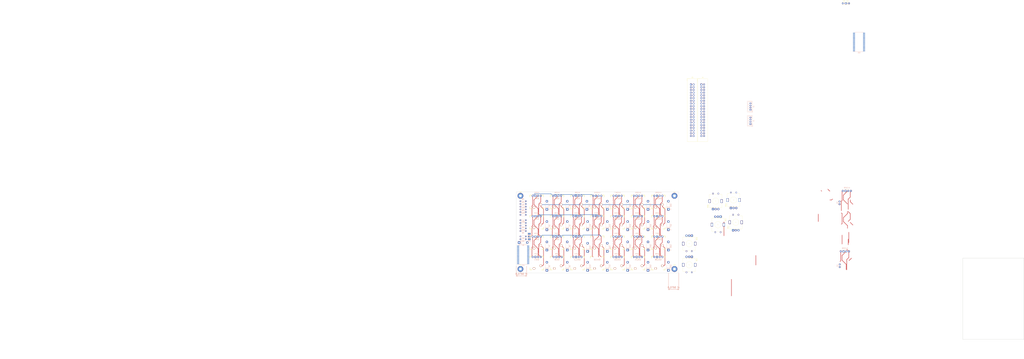
<source format=kicad_pcb>
(kicad_pcb (version 20171130) (host pcbnew 5.0.1+dfsg1-3)
  (layers (0 F.Cu signal) (31 B.Cu signal) (34 B.Paste user) (35 F.Paste user) (36 B.SilkS user) (37 F.SilkS user) (38 B.Mask user) (39 F.Mask user) (44 Edge.Cuts user))
  (net 0 "")
  (net 1 /T_GND)
  (net 2 /T_5V)
  (net 3 /T_SDA)
  (net 4 /T_SCL)
  (net 5 "Net-(D2-Pad1)")
  (net 6 /T_3V3)
  (net 7 "Net-(IO1-Pad24)")
  (net 8 "Net-(IO1-Pad23)")
  (net 9 "Net-(IO1-Pad22)")
  (net 10 "Net-(IO1-Pad21)")
  (net 11 "Net-(IO1-Pad8)")
  (net 12 "Net-(IO1-Pad7)")
  (net 13 "Net-(IO1-Pad6)")
  (net 14 "Net-(IO1-Pad5)")
  (net 15 "Net-(IO1-Pad4)")
  (net 16 "Net-(IO1-Pad3)")
  (net 17 "Net-(IO1-Pad2)")
  (net 18 "Net-(IO1-Pad1)")
  (net 19 "Net-(D1-Pad1)")
  (net 20 /KS2)
  (net 21 "Net-(D3-Pad1)")
  (net 22 "Net-(D4-Pad1)")
  (net 23 "Net-(HT1-Pad6)")
  (net 24 "Net-(HT1-Pad7)")
  (net 25 "Net-(JP1-Pad1)")
  (net 26 "Net-(JP2-Pad1)")
  (net 27 "Net-(JP3-Pad1)")
  (net 28 "Net-(R5-Pad2)")
  (net 29 "Net-(D5-Pad1)")
  (net 30 "Net-(D6-Pad1)")
  (net 31 "Net-(D7-Pad1)")
  (net 32 "Net-(D8-Pad1)")
  (net 33 "Net-(D9-Pad1)")
  (net 34 "Net-(D10-Pad1)")
  (net 35 "Net-(D11-Pad1)")
  (net 36 "Net-(D12-Pad1)")
  (net 37 "Net-(D13-Pad1)")
  (net 38 "Net-(D14-Pad1)")
  (net 39 "Net-(D15-Pad1)")
  (net 40 "Net-(D16-Pad1)")
  (net 41 "Net-(D17-Pad1)")
  (net 42 "Net-(D18-Pad1)")
  (net 43 "Net-(D19-Pad1)")
  (net 44 "Net-(D20-Pad1)")
  (net 45 "Net-(D21-Pad1)")
  (net 46 "Net-(D22-Pad1)")
  (net 47 "Net-(D23-Pad1)")
  (net 48 "Net-(D24-Pad1)")
  (net 49 "Net-(D25-Pad1)")
  (net 50 "Net-(D26-Pad1)")
  (net 51 "Net-(D27-Pad1)")
  (net 52 "Net-(D28-Pad1)")
  (net 53 "Net-(D29-Pad1)")
  (net 54 "Net-(D32-Pad1)")
  (net 55 /KR0)
  (net 56 /KR1)
  (net 57 /KR2)
  (net 58 /KR3)
  (net 59 /KR4)
  (net 60 /KR5)
  (net 61 /KR6)
  (net 62 /KR7)
  (net 63 /KR8)
  (net 64 /KR9)
  (net 65 /KR10)
  (net 66 /COM0)
  (net 67 /COM1)
  (net 68 /COM2)
  (net 69 /COM3)
  (net 70 /COM4)
  (net 71 /COM5)
  (net 72 /ROW13)
  (net 73 /ROW12)
  (net 74 /ROW11)
  (net 75 /ROW10)
  (net 76 /ROW9)
  (net 77 /ROW8)
  (net 78 /ROW7)
  (net 79 /ROW6)
  (net 80 /ROW5)
  (net 81 /ROW4)
  (net 82 /ROW3)
  (net 83 /ROW2)
  (net 84 /ROW1)
  (net 85 /ROW0)
  (net 86 "Net-(J4-Pad1)")
  (net 87 "Net-(J4-Pad3)")
  (net 88 "Net-(J4-Pad5)")
  (net 89 "Net-(J4-Pad7)")
  (net 90 "Net-(J4-Pad9)")
  (net 91 "Net-(J4-Pad11)")
  (net 92 "Net-(J4-Pad13)")
  (net 93 "Net-(J4-Pad15)")
  (net 94 "Net-(J4-Pad17)")
  (net 95 "Net-(J4-Pad19)")
  (net 96 "Net-(J4-Pad21)")
  (net 97 "Net-(J4-Pad23)")
  (net 98 "Net-(J4-Pad25)")
  (net 99 "Net-(J4-Pad27)")
  (net 100 "Net-(J4-Pad29)")
  (net 101 "Net-(J4-Pad31)")
  (net 102 "Net-(J4-Pad33)")
  (net 103 "Net-(J4-Pad35)")
  (net 104 "Net-(J4-Pad37)")
  (net 105 "Net-(J4-Pad39)")
  (module chordboard-footprints:LED_D3.0mm-4 (layer F.Cu) (at 582.295 99.187)
    (fp_text reference KLED12 (at 2.54 -2.96) (layer B.SilkS) (effects (justify mirror)))
    (fp_text value LED_ARGB)
    (pad 4 thru_hole circle (at 3.81 0) (size 1.8 1.8) (drill 0.9) (layers *.Cu *.Mask) (net 100 "Net-(J4-Pad29)"))
    (pad 2 thru_hole circle (at -1.27 0) (size 1.8 1.8) (drill 0.9) (layers *.Cu *.Mask) (net 102 "Net-(J4-Pad33)"))
    (pad 1 thru_hole rect (at 1.27 0) (size 1.8 1.8) (drill 0.9) (layers *.Cu *.Mask) (net 97 "Net-(J4-Pad23)"))
    (pad 3 thru_hole circle (at 6.35 0) (size 1.8 1.8) (drill 0.9) (layers *.Cu *.Mask) (net 101 "Net-(J4-Pad31)"))
  )
  (module chordboard-footprints:LED_D3.0mm-4 (layer F.Cu) (at 563.245 60.96)
    (fp_text reference KLED6 (at 2.54 -2.96) (layer B.SilkS) (effects (justify mirror)))
    (fp_text value LED_ARGB)
    (pad 4 thru_hole circle (at 3.81 0) (size 1.8 1.8) (drill 0.9) (layers *.Cu *.Mask) (net 100 "Net-(J4-Pad29)"))
    (pad 2 thru_hole circle (at -1.27 0) (size 1.8 1.8) (drill 0.9) (layers *.Cu *.Mask) (net 102 "Net-(J4-Pad33)"))
    (pad 1 thru_hole rect (at 1.27 0) (size 1.8 1.8) (drill 0.9) (layers *.Cu *.Mask) (net 91 "Net-(J4-Pad11)"))
    (pad 3 thru_hole circle (at 6.35 0) (size 1.8 1.8) (drill 0.9) (layers *.Cu *.Mask) (net 101 "Net-(J4-Pad31)"))
  )
  (module chordboard-footprints:CHERRY_PCB_100H (layer F.Cu) (at 603.377 47.625 180)
    (fp_text reference SW13 (at 0 3.175 180) (layer B.SilkS) (effects (font (size 1.27 1.524) (thickness 0.2032)) (justify mirror)))
    (fp_text value SW_Push hide)
    (pad HOLE np_thru_hole circle (at 5.08 0 180) (size 1.7018 1.7018) (drill 1.7018) (layers *.Cu))
    (pad HOLE np_thru_hole circle (at -5.08 0 180) (size 1.7018 1.7018) (drill 1.7018) (layers *.Cu))
    (pad HOLE np_thru_hole circle (at 0 0 180) (size 3.9878 3.9878) (drill 3.9878) (layers *.Cu))
    (pad 2 thru_hole circle (at -3.81 -2.54 180) (size 2.286 2.286) (drill 1.4986) (layers *.Cu *.SilkS *.Mask) (net 59 /KR4))
    (pad 1 thru_hole circle (at 2.54 -5.08 180) (size 2.286 2.286) (drill 1.4986) (layers *.Cu *.SilkS *.Mask) (net 38 "Net-(D14-Pad1)"))
  )
  (module chordboard-footprints:CHERRY_PCB_100H (layer F.Cu) (at 565.785 66.675 180)
    (fp_text reference SW6 (at 0 3.175 180) (layer B.SilkS) (effects (font (size 1.27 1.524) (thickness 0.2032)) (justify mirror)))
    (fp_text value SW_Push hide)
    (pad 1 thru_hole circle (at 2.54 -5.08 180) (size 2.286 2.286) (drill 1.4986) (layers *.Cu *.SilkS *.Mask) (net 31 "Net-(D7-Pad1)"))
    (pad 2 thru_hole circle (at -3.81 -2.54 180) (size 2.286 2.286) (drill 1.4986) (layers *.Cu *.SilkS *.Mask) (net 56 /KR1))
    (pad HOLE np_thru_hole circle (at 0 0 180) (size 3.9878 3.9878) (drill 3.9878) (layers *.Cu))
    (pad HOLE np_thru_hole circle (at -5.08 0 180) (size 1.7018 1.7018) (drill 1.7018) (layers *.Cu))
    (pad HOLE np_thru_hole circle (at 5.08 0 180) (size 1.7018 1.7018) (drill 1.7018) (layers *.Cu))
  )
  (module chordboard-footprints:LED_D3.0mm-4 (layer F.Cu) (at 582.295 60.96)
    (fp_text reference KLED10 (at 2.54 -2.96) (layer B.SilkS) (effects (justify mirror)))
    (fp_text value LED_ARGB)
    (pad 3 thru_hole circle (at 6.35 0) (size 1.8 1.8) (drill 0.9) (layers *.Cu *.Mask) (net 101 "Net-(J4-Pad31)"))
    (pad 1 thru_hole rect (at 1.27 0) (size 1.8 1.8) (drill 0.9) (layers *.Cu *.Mask) (net 95 "Net-(J4-Pad19)"))
    (pad 2 thru_hole circle (at -1.27 0) (size 1.8 1.8) (drill 0.9) (layers *.Cu *.Mask) (net 102 "Net-(J4-Pad33)"))
    (pad 4 thru_hole circle (at 3.81 0) (size 1.8 1.8) (drill 0.9) (layers *.Cu *.Mask) (net 100 "Net-(J4-Pad29)"))
  )
  (module chordboard-footprints:CHERRY_PCB_100H (layer F.Cu) (at 660.527 47.625 180)
    (fp_text reference SW25 (at 0 3.175 180) (layer B.SilkS) (effects (font (size 1.27 1.524) (thickness 0.2032)) (justify mirror)))
    (fp_text value SW_Push hide)
    (pad 1 thru_hole circle (at 2.54 -5.08 180) (size 2.286 2.286) (drill 1.4986) (layers *.Cu *.SilkS *.Mask) (net 50 "Net-(D26-Pad1)"))
    (pad 2 thru_hole circle (at -3.81 -2.54 180) (size 2.286 2.286) (drill 1.4986) (layers *.Cu *.SilkS *.Mask) (net 63 /KR8))
    (pad HOLE np_thru_hole circle (at 0 0 180) (size 3.9878 3.9878) (drill 3.9878) (layers *.Cu))
    (pad HOLE np_thru_hole circle (at -5.08 0 180) (size 1.7018 1.7018) (drill 1.7018) (layers *.Cu))
    (pad HOLE np_thru_hole circle (at 5.08 0 180) (size 1.7018 1.7018) (drill 1.7018) (layers *.Cu))
  )
  (module chordboard-footprints:LED_D3.0mm-4 (layer F.Cu) (at 657.987 99.187)
    (fp_text reference KLED28 (at 2.54 -2.96) (layer B.SilkS) (effects (justify mirror)))
    (fp_text value LED_ARGB)
    (pad 4 thru_hole circle (at 3.81 0) (size 1.8 1.8) (drill 0.9) (layers *.Cu *.Mask) (net 103 "Net-(J4-Pad35)"))
    (pad 2 thru_hole circle (at -1.27 0) (size 1.8 1.8) (drill 0.9) (layers *.Cu *.Mask) (net 105 "Net-(J4-Pad39)"))
    (pad 1 thru_hole rect (at 1.27 0) (size 1.8 1.8) (drill 0.9) (layers *.Cu *.Mask) (net 97 "Net-(J4-Pad23)"))
    (pad 3 thru_hole circle (at 6.35 0) (size 1.8 1.8) (drill 0.9) (layers *.Cu *.Mask) (net 104 "Net-(J4-Pad37)"))
  )
  (module chordboard-footprints:CHERRY_PCB_100H (layer F.Cu) (at 641.477 104.902 180)
    (fp_text reference SW24 (at 0 3.175 180) (layer B.SilkS) (effects (font (size 1.27 1.524) (thickness 0.2032)) (justify mirror)))
    (fp_text value SW_Push hide)
    (pad 1 thru_hole circle (at 2.54 -5.08 180) (size 2.286 2.286) (drill 1.4986) (layers *.Cu *.SilkS *.Mask) (net 49 "Net-(D25-Pad1)"))
    (pad 2 thru_hole circle (at -3.81 -2.54 180) (size 2.286 2.286) (drill 1.4986) (layers *.Cu *.SilkS *.Mask) (net 62 /KR7))
    (pad HOLE np_thru_hole circle (at 0 0 180) (size 3.9878 3.9878) (drill 3.9878) (layers *.Cu))
    (pad HOLE np_thru_hole circle (at -5.08 0 180) (size 1.7018 1.7018) (drill 1.7018) (layers *.Cu))
    (pad HOLE np_thru_hole circle (at 5.08 0 180) (size 1.7018 1.7018) (drill 1.7018) (layers *.Cu))
  )
  (module chordboard-footprints:LED_D3.0mm-4 (layer F.Cu) (at 563.245 80.137)
    (fp_text reference KLED7 (at 2.54 -2.96) (layer B.SilkS) (effects (justify mirror)))
    (fp_text value LED_ARGB)
    (pad 4 thru_hole circle (at 3.81 0) (size 1.8 1.8) (drill 0.9) (layers *.Cu *.Mask) (net 100 "Net-(J4-Pad29)"))
    (pad 2 thru_hole circle (at -1.27 0) (size 1.8 1.8) (drill 0.9) (layers *.Cu *.Mask) (net 102 "Net-(J4-Pad33)"))
    (pad 1 thru_hole rect (at 1.27 0) (size 1.8 1.8) (drill 0.9) (layers *.Cu *.Mask) (net 92 "Net-(J4-Pad13)"))
    (pad 3 thru_hole circle (at 6.35 0) (size 1.8 1.8) (drill 0.9) (layers *.Cu *.Mask) (net 101 "Net-(J4-Pad31)"))
  )
  (module chordboard-footprints:CHERRY_PCB_100H (layer F.Cu) (at 622.427 47.625 180)
    (fp_text reference SW17 (at 0 3.175 180) (layer B.SilkS) (effects (font (size 1.27 1.524) (thickness 0.2032)) (justify mirror)))
    (fp_text value SW_Push hide)
    (pad 1 thru_hole circle (at 2.54 -5.08 180) (size 2.286 2.286) (drill 1.4986) (layers *.Cu *.SilkS *.Mask) (net 42 "Net-(D18-Pad1)"))
    (pad 2 thru_hole circle (at -3.81 -2.54 180) (size 2.286 2.286) (drill 1.4986) (layers *.Cu *.SilkS *.Mask) (net 60 /KR5))
    (pad HOLE np_thru_hole circle (at 0 0 180) (size 3.9878 3.9878) (drill 3.9878) (layers *.Cu))
    (pad HOLE np_thru_hole circle (at -5.08 0 180) (size 1.7018 1.7018) (drill 1.7018) (layers *.Cu))
    (pad HOLE np_thru_hole circle (at 5.08 0 180) (size 1.7018 1.7018) (drill 1.7018) (layers *.Cu))
  )
  (module chordboard-footprints:CHERRY_PCB_100H (layer F.Cu) (at 584.835 47.625 180)
    (fp_text reference SW9 (at 0 3.175 180) (layer B.SilkS) (effects (font (size 1.27 1.524) (thickness 0.2032)) (justify mirror)))
    (fp_text value SW_Push hide)
    (pad HOLE np_thru_hole circle (at 5.08 0 180) (size 1.7018 1.7018) (drill 1.7018) (layers *.Cu))
    (pad HOLE np_thru_hole circle (at -5.08 0 180) (size 1.7018 1.7018) (drill 1.7018) (layers *.Cu))
    (pad HOLE np_thru_hole circle (at 0 0 180) (size 3.9878 3.9878) (drill 3.9878) (layers *.Cu))
    (pad 2 thru_hole circle (at -3.81 -2.54 180) (size 2.286 2.286) (drill 1.4986) (layers *.Cu *.SilkS *.Mask) (net 57 /KR2))
    (pad 1 thru_hole circle (at 2.54 -5.08 180) (size 2.286 2.286) (drill 1.4986) (layers *.Cu *.SilkS *.Mask) (net 34 "Net-(D10-Pad1)"))
  )
  (module chordboard-footprints:LED_D3.0mm-4 (layer F.Cu) (at 834.43707 37.326645)
    (fp_text reference KLED29 (at 2.54 -2.96) (layer B.SilkS) (effects (justify mirror)))
    (fp_text value LED_ARGB)
    (pad 3 thru_hole circle (at 6.35 0) (size 1.8 1.8) (drill 0.9) (layers *.Cu *.Mask) (net 104 "Net-(J4-Pad37)"))
    (pad 1 thru_hole rect (at 1.27 0) (size 1.8 1.8) (drill 0.9) (layers *.Cu *.Mask) (net 98 "Net-(J4-Pad25)"))
    (pad 2 thru_hole circle (at -1.27 0) (size 1.8 1.8) (drill 0.9) (layers *.Cu *.Mask) (net 105 "Net-(J4-Pad39)"))
    (pad 4 thru_hole circle (at 3.81 0) (size 1.8 1.8) (drill 0.9) (layers *.Cu *.Mask) (net 103 "Net-(J4-Pad35)"))
  )
  (module chordboard-footprints:LED_D3.0mm-4 (layer F.Cu) (at 832.612 93.98)
    (fp_text reference KLED30 (at 2.54 -2.96) (layer B.SilkS) (effects (justify mirror)))
    (fp_text value LED_ARGB)
    (pad 3 thru_hole circle (at 6.35 0) (size 1.8 1.8) (drill 0.9) (layers *.Cu *.Mask) (net 104 "Net-(J4-Pad37)"))
    (pad 1 thru_hole rect (at 1.27 0) (size 1.8 1.8) (drill 0.9) (layers *.Cu *.Mask) (net 99 "Net-(J4-Pad27)"))
    (pad 2 thru_hole circle (at -1.27 0) (size 1.8 1.8) (drill 0.9) (layers *.Cu *.Mask) (net 105 "Net-(J4-Pad39)"))
    (pad 4 thru_hole circle (at 3.81 0) (size 1.8 1.8) (drill 0.9) (layers *.Cu *.Mask) (net 103 "Net-(J4-Pad35)"))
  )
  (module chordboard-footprints:LED_D3.0mm-4 (layer F.Cu) (at 657.987 41.91)
    (fp_text reference KLED25 (at 2.54 -2.96) (layer B.SilkS) (effects (justify mirror)))
    (fp_text value LED_ARGB)
    (pad 4 thru_hole circle (at 3.81 0) (size 1.8 1.8) (drill 0.9) (layers *.Cu *.Mask) (net 103 "Net-(J4-Pad35)"))
    (pad 2 thru_hole circle (at -1.27 0) (size 1.8 1.8) (drill 0.9) (layers *.Cu *.Mask) (net 105 "Net-(J4-Pad39)"))
    (pad 1 thru_hole rect (at 1.27 0) (size 1.8 1.8) (drill 0.9) (layers *.Cu *.Mask) (net 94 "Net-(J4-Pad17)"))
    (pad 3 thru_hole circle (at 6.35 0) (size 1.8 1.8) (drill 0.9) (layers *.Cu *.Mask) (net 104 "Net-(J4-Pad37)"))
  )
  (module chordboard-footprints:CHERRY_PCB_100H (layer F.Cu) (at 565.785 85.852 180)
    (fp_text reference SW7 (at 0 3.175 180) (layer B.SilkS) (effects (font (size 1.27 1.524) (thickness 0.2032)) (justify mirror)))
    (fp_text value SW_Push hide)
    (pad 1 thru_hole circle (at 2.54 -5.08 180) (size 2.286 2.286) (drill 1.4986) (layers *.Cu *.SilkS *.Mask) (net 32 "Net-(D8-Pad1)"))
    (pad 2 thru_hole circle (at -3.81 -2.54 180) (size 2.286 2.286) (drill 1.4986) (layers *.Cu *.SilkS *.Mask) (net 57 /KR2))
    (pad HOLE np_thru_hole circle (at 0 0 180) (size 3.9878 3.9878) (drill 3.9878) (layers *.Cu))
    (pad HOLE np_thru_hole circle (at -5.08 0 180) (size 1.7018 1.7018) (drill 1.7018) (layers *.Cu))
    (pad HOLE np_thru_hole circle (at 5.08 0 180) (size 1.7018 1.7018) (drill 1.7018) (layers *.Cu))
  )
  (module chordboard-footprints:LED_D3.0mm-4 (layer F.Cu) (at 582.295 41.91)
    (fp_text reference KLED9 (at 2.54 -2.96) (layer B.SilkS) (effects (justify mirror)))
    (fp_text value LED_ARGB)
    (pad 4 thru_hole circle (at 3.81 0) (size 1.8 1.8) (drill 0.9) (layers *.Cu *.Mask) (net 100 "Net-(J4-Pad29)"))
    (pad 2 thru_hole circle (at -1.27 0) (size 1.8 1.8) (drill 0.9) (layers *.Cu *.Mask) (net 102 "Net-(J4-Pad33)"))
    (pad 1 thru_hole rect (at 1.27 0) (size 1.8 1.8) (drill 0.9) (layers *.Cu *.Mask) (net 94 "Net-(J4-Pad17)"))
    (pad 3 thru_hole circle (at 6.35 0) (size 1.8 1.8) (drill 0.9) (layers *.Cu *.Mask) (net 101 "Net-(J4-Pad31)"))
  )
  (module chordboard-footprints:CHERRY_PCB_100H (layer F.Cu) (at 660.527 66.675 180)
    (fp_text reference SW26 (at 0 3.175 180) (layer B.SilkS) (effects (font (size 1.27 1.524) (thickness 0.2032)) (justify mirror)))
    (fp_text value SW_Push hide)
    (pad 1 thru_hole circle (at 2.54 -5.08 180) (size 2.286 2.286) (drill 1.4986) (layers *.Cu *.SilkS *.Mask) (net 51 "Net-(D27-Pad1)"))
    (pad 2 thru_hole circle (at -3.81 -2.54 180) (size 2.286 2.286) (drill 1.4986) (layers *.Cu *.SilkS *.Mask) (net 63 /KR8))
    (pad HOLE np_thru_hole circle (at 0 0 180) (size 3.9878 3.9878) (drill 3.9878) (layers *.Cu))
    (pad HOLE np_thru_hole circle (at -5.08 0 180) (size 1.7018 1.7018) (drill 1.7018) (layers *.Cu))
    (pad HOLE np_thru_hole circle (at 5.08 0 180) (size 1.7018 1.7018) (drill 1.7018) (layers *.Cu))
  )
  (module chordboard-footprints:LED_D3.0mm-4 (layer F.Cu) (at 563.245 41.91)
    (fp_text reference KLED5 (at 2.54 -2.96) (layer B.SilkS) (effects (justify mirror)))
    (fp_text value LED_ARGB)
    (pad 3 thru_hole circle (at 6.35 0) (size 1.8 1.8) (drill 0.9) (layers *.Cu *.Mask) (net 101 "Net-(J4-Pad31)"))
    (pad 1 thru_hole rect (at 1.27 0) (size 1.8 1.8) (drill 0.9) (layers *.Cu *.Mask) (net 90 "Net-(J4-Pad9)"))
    (pad 2 thru_hole circle (at -1.27 0) (size 1.8 1.8) (drill 0.9) (layers *.Cu *.Mask) (net 102 "Net-(J4-Pad33)"))
    (pad 4 thru_hole circle (at 3.81 0) (size 1.8 1.8) (drill 0.9) (layers *.Cu *.Mask) (net 100 "Net-(J4-Pad29)"))
  )
  (module chordboard-footprints:LED_D3.0mm-4 (layer F.Cu) (at 639.572 80.137)
    (fp_text reference KLED23 (at 2.54 -2.96) (layer B.SilkS) (effects (justify mirror)))
    (fp_text value LED_ARGB)
    (pad 3 thru_hole circle (at 6.35 0) (size 1.8 1.8) (drill 0.9) (layers *.Cu *.Mask) (net 104 "Net-(J4-Pad37)"))
    (pad 1 thru_hole rect (at 1.27 0) (size 1.8 1.8) (drill 0.9) (layers *.Cu *.Mask) (net 92 "Net-(J4-Pad13)"))
    (pad 2 thru_hole circle (at -1.27 0) (size 1.8 1.8) (drill 0.9) (layers *.Cu *.Mask) (net 105 "Net-(J4-Pad39)"))
    (pad 4 thru_hole circle (at 3.81 0) (size 1.8 1.8) (drill 0.9) (layers *.Cu *.Mask) (net 103 "Net-(J4-Pad35)"))
  )
  (module chordboard-footprints:LED_D3.0mm-4 (layer F.Cu) (at 544.195 99.187)
    (fp_text reference KLED4 (at 2.54 -2.96) (layer B.SilkS) (effects (justify mirror)))
    (fp_text value LED_ARGB)
    (pad 3 thru_hole circle (at 6.35 0) (size 1.8 1.8) (drill 0.9) (layers *.Cu *.Mask) (net 101 "Net-(J4-Pad31)"))
    (pad 1 thru_hole rect (at 1.27 0) (size 1.8 1.8) (drill 0.9) (layers *.Cu *.Mask) (net 89 "Net-(J4-Pad7)"))
    (pad 2 thru_hole circle (at -1.27 0) (size 1.8 1.8) (drill 0.9) (layers *.Cu *.Mask) (net 102 "Net-(J4-Pad33)"))
    (pad 4 thru_hole circle (at 3.81 0) (size 1.8 1.8) (drill 0.9) (layers *.Cu *.Mask) (net 100 "Net-(J4-Pad29)"))
  )
  (module chordboard-footprints:CHERRY_PCB_100H (layer F.Cu) (at 565.785 104.902 180)
    (fp_text reference SW8 (at 0 3.175 180) (layer B.SilkS) (effects (font (size 1.27 1.524) (thickness 0.2032)) (justify mirror)))
    (fp_text value SW_Push hide)
    (pad HOLE np_thru_hole circle (at 5.08 0 180) (size 1.7018 1.7018) (drill 1.7018) (layers *.Cu))
    (pad HOLE np_thru_hole circle (at -5.08 0 180) (size 1.7018 1.7018) (drill 1.7018) (layers *.Cu))
    (pad HOLE np_thru_hole circle (at 0 0 180) (size 3.9878 3.9878) (drill 3.9878) (layers *.Cu))
    (pad 2 thru_hole circle (at -3.81 -2.54 180) (size 2.286 2.286) (drill 1.4986) (layers *.Cu *.SilkS *.Mask) (net 57 /KR2))
    (pad 1 thru_hole circle (at 2.54 -5.08 180) (size 2.286 2.286) (drill 1.4986) (layers *.Cu *.SilkS *.Mask) (net 33 "Net-(D9-Pad1)"))
  )
  (module chordboard-footprints:CHERRY_PCB_100H (layer F.Cu) (at 641.477 85.852 180)
    (fp_text reference SW23 (at 0 3.175 180) (layer B.SilkS) (effects (font (size 1.27 1.524) (thickness 0.2032)) (justify mirror)))
    (fp_text value SW_Push hide)
    (pad HOLE np_thru_hole circle (at 5.08 0 180) (size 1.7018 1.7018) (drill 1.7018) (layers *.Cu))
    (pad HOLE np_thru_hole circle (at -5.08 0 180) (size 1.7018 1.7018) (drill 1.7018) (layers *.Cu))
    (pad HOLE np_thru_hole circle (at 0 0 180) (size 3.9878 3.9878) (drill 3.9878) (layers *.Cu))
    (pad 2 thru_hole circle (at -3.81 -2.54 180) (size 2.286 2.286) (drill 1.4986) (layers *.Cu *.SilkS *.Mask) (net 62 /KR7))
    (pad 1 thru_hole circle (at 2.54 -5.08 180) (size 2.286 2.286) (drill 1.4986) (layers *.Cu *.SilkS *.Mask) (net 48 "Net-(D24-Pad1)"))
  )
  (module chordboard-footprints:LED_D3.0mm-4 (layer F.Cu) (at 582.295 80.137)
    (fp_text reference KLED11 (at 2.54 -2.96) (layer B.SilkS) (effects (justify mirror)))
    (fp_text value LED_ARGB)
    (pad 3 thru_hole circle (at 6.35 0) (size 1.8 1.8) (drill 0.9) (layers *.Cu *.Mask) (net 101 "Net-(J4-Pad31)"))
    (pad 1 thru_hole rect (at 1.27 0) (size 1.8 1.8) (drill 0.9) (layers *.Cu *.Mask) (net 96 "Net-(J4-Pad21)"))
    (pad 2 thru_hole circle (at -1.27 0) (size 1.8 1.8) (drill 0.9) (layers *.Cu *.Mask) (net 102 "Net-(J4-Pad33)"))
    (pad 4 thru_hole circle (at 3.81 0) (size 1.8 1.8) (drill 0.9) (layers *.Cu *.Mask) (net 100 "Net-(J4-Pad29)"))
  )
  (module chordboard-footprints:LED_D3.0mm-4 (layer F.Cu) (at 657.987 80.137)
    (fp_text reference KLED27 (at 2.54 -2.96) (layer B.SilkS) (effects (justify mirror)))
    (fp_text value LED_ARGB)
    (pad 3 thru_hole circle (at 6.35 0) (size 1.8 1.8) (drill 0.9) (layers *.Cu *.Mask) (net 104 "Net-(J4-Pad37)"))
    (pad 1 thru_hole rect (at 1.27 0) (size 1.8 1.8) (drill 0.9) (layers *.Cu *.Mask) (net 96 "Net-(J4-Pad21)"))
    (pad 2 thru_hole circle (at -1.27 0) (size 1.8 1.8) (drill 0.9) (layers *.Cu *.Mask) (net 105 "Net-(J4-Pad39)"))
    (pad 4 thru_hole circle (at 3.81 0) (size 1.8 1.8) (drill 0.9) (layers *.Cu *.Mask) (net 103 "Net-(J4-Pad35)"))
  )
  (module chordboard-footprints:CHERRY_PCB_100H (layer F.Cu) (at 584.835 66.675 180)
    (fp_text reference SW10 (at 0 3.175 180) (layer B.SilkS) (effects (font (size 1.27 1.524) (thickness 0.2032)) (justify mirror)))
    (fp_text value SW_Push hide)
    (pad HOLE np_thru_hole circle (at 5.08 0 180) (size 1.7018 1.7018) (drill 1.7018) (layers *.Cu))
    (pad HOLE np_thru_hole circle (at -5.08 0 180) (size 1.7018 1.7018) (drill 1.7018) (layers *.Cu))
    (pad HOLE np_thru_hole circle (at 0 0 180) (size 3.9878 3.9878) (drill 3.9878) (layers *.Cu))
    (pad 2 thru_hole circle (at -3.81 -2.54 180) (size 2.286 2.286) (drill 1.4986) (layers *.Cu *.SilkS *.Mask) (net 58 /KR3))
    (pad 1 thru_hole circle (at 2.54 -5.08 180) (size 2.286 2.286) (drill 1.4986) (layers *.Cu *.SilkS *.Mask) (net 35 "Net-(D11-Pad1)"))
  )
  (module chordboard-footprints:LED_D3.0mm-4 (layer F.Cu) (at 619.887 80.137)
    (fp_text reference KLED19 (at 2.54 -2.96) (layer B.SilkS) (effects (justify mirror)))
    (fp_text value LED_ARGB)
    (pad 4 thru_hole circle (at 3.81 0) (size 1.8 1.8) (drill 0.9) (layers *.Cu *.Mask) (net 103 "Net-(J4-Pad35)"))
    (pad 2 thru_hole circle (at -1.27 0) (size 1.8 1.8) (drill 0.9) (layers *.Cu *.Mask) (net 105 "Net-(J4-Pad39)"))
    (pad 1 thru_hole rect (at 1.27 0) (size 1.8 1.8) (drill 0.9) (layers *.Cu *.Mask) (net 88 "Net-(J4-Pad5)"))
    (pad 3 thru_hole circle (at 6.35 0) (size 1.8 1.8) (drill 0.9) (layers *.Cu *.Mask) (net 104 "Net-(J4-Pad37)"))
  )
  (module chordboard-footprints:LED_D3.0mm-4 (layer F.Cu) (at 619.887 99.187)
    (fp_text reference KLED20 (at 2.54 -2.96) (layer B.SilkS) (effects (justify mirror)))
    (fp_text value LED_ARGB)
    (pad 3 thru_hole circle (at 6.35 0) (size 1.8 1.8) (drill 0.9) (layers *.Cu *.Mask) (net 104 "Net-(J4-Pad37)"))
    (pad 1 thru_hole rect (at 1.27 0) (size 1.8 1.8) (drill 0.9) (layers *.Cu *.Mask) (net 89 "Net-(J4-Pad7)"))
    (pad 2 thru_hole circle (at -1.27 0) (size 1.8 1.8) (drill 0.9) (layers *.Cu *.Mask) (net 105 "Net-(J4-Pad39)"))
    (pad 4 thru_hole circle (at 3.81 0) (size 1.8 1.8) (drill 0.9) (layers *.Cu *.Mask) (net 103 "Net-(J4-Pad35)"))
  )
  (module chordboard-footprints:CHERRY_PCB_100H (layer F.Cu) (at 584.835 85.852 180)
    (fp_text reference SW11 (at 0 3.175 180) (layer B.SilkS) (effects (font (size 1.27 1.524) (thickness 0.2032)) (justify mirror)))
    (fp_text value SW_Push hide)
    (pad HOLE np_thru_hole circle (at 5.08 0 180) (size 1.7018 1.7018) (drill 1.7018) (layers *.Cu))
    (pad HOLE np_thru_hole circle (at -5.08 0 180) (size 1.7018 1.7018) (drill 1.7018) (layers *.Cu))
    (pad HOLE np_thru_hole circle (at 0 0 180) (size 3.9878 3.9878) (drill 3.9878) (layers *.Cu))
    (pad 2 thru_hole circle (at -3.81 -2.54 180) (size 2.286 2.286) (drill 1.4986) (layers *.Cu *.SilkS *.Mask) (net 58 /KR3))
    (pad 1 thru_hole circle (at 2.54 -5.08 180) (size 2.286 2.286) (drill 1.4986) (layers *.Cu *.SilkS *.Mask) (net 36 "Net-(D12-Pad1)"))
  )
  (module chordboard-footprints:LED_D3.0mm-4 (layer F.Cu) (at 563.88 99.187)
    (fp_text reference KLED8 (at 2.54 -2.96) (layer B.SilkS) (effects (justify mirror)))
    (fp_text value LED_ARGB)
    (pad 3 thru_hole circle (at 6.35 0) (size 1.8 1.8) (drill 0.9) (layers *.Cu *.Mask) (net 101 "Net-(J4-Pad31)"))
    (pad 1 thru_hole rect (at 1.27 0) (size 1.8 1.8) (drill 0.9) (layers *.Cu *.Mask) (net 93 "Net-(J4-Pad15)"))
    (pad 2 thru_hole circle (at -1.27 0) (size 1.8 1.8) (drill 0.9) (layers *.Cu *.Mask) (net 102 "Net-(J4-Pad33)"))
    (pad 4 thru_hole circle (at 3.81 0) (size 1.8 1.8) (drill 0.9) (layers *.Cu *.Mask) (net 100 "Net-(J4-Pad29)"))
  )
  (module chordboard-footprints:LED_D3.0mm-4 (layer F.Cu) (at 638.937 41.91)
    (fp_text reference KLED21 (at 2.54 -2.96) (layer B.SilkS) (effects (justify mirror)))
    (fp_text value LED_ARGB)
    (pad 4 thru_hole circle (at 3.81 0) (size 1.8 1.8) (drill 0.9) (layers *.Cu *.Mask) (net 103 "Net-(J4-Pad35)"))
    (pad 2 thru_hole circle (at -1.27 0) (size 1.8 1.8) (drill 0.9) (layers *.Cu *.Mask) (net 105 "Net-(J4-Pad39)"))
    (pad 1 thru_hole rect (at 1.27 0) (size 1.8 1.8) (drill 0.9) (layers *.Cu *.Mask) (net 90 "Net-(J4-Pad9)"))
    (pad 3 thru_hole circle (at 6.35 0) (size 1.8 1.8) (drill 0.9) (layers *.Cu *.Mask) (net 104 "Net-(J4-Pad37)"))
  )
  (module chordboard-footprints:LED_D3.0mm-4 (layer F.Cu) (at 638.937 60.96)
    (fp_text reference KLED22 (at 2.54 -2.96) (layer B.SilkS) (effects (justify mirror)))
    (fp_text value LED_ARGB)
    (pad 3 thru_hole circle (at 6.35 0) (size 1.8 1.8) (drill 0.9) (layers *.Cu *.Mask) (net 104 "Net-(J4-Pad37)"))
    (pad 1 thru_hole rect (at 1.27 0) (size 1.8 1.8) (drill 0.9) (layers *.Cu *.Mask) (net 91 "Net-(J4-Pad11)"))
    (pad 2 thru_hole circle (at -1.27 0) (size 1.8 1.8) (drill 0.9) (layers *.Cu *.Mask) (net 105 "Net-(J4-Pad39)"))
    (pad 4 thru_hole circle (at 3.81 0) (size 1.8 1.8) (drill 0.9) (layers *.Cu *.Mask) (net 103 "Net-(J4-Pad35)"))
  )
  (module chordboard-footprints:LED_D3.0mm-4 (layer F.Cu) (at 657.987 60.96)
    (fp_text reference KLED26 (at 2.54 -2.96) (layer B.SilkS) (effects (justify mirror)))
    (fp_text value LED_ARGB)
    (pad 3 thru_hole circle (at 6.35 0) (size 1.8 1.8) (drill 0.9) (layers *.Cu *.Mask) (net 104 "Net-(J4-Pad37)"))
    (pad 1 thru_hole rect (at 1.27 0) (size 1.8 1.8) (drill 0.9) (layers *.Cu *.Mask) (net 95 "Net-(J4-Pad19)"))
    (pad 2 thru_hole circle (at -1.27 0) (size 1.8 1.8) (drill 0.9) (layers *.Cu *.Mask) (net 105 "Net-(J4-Pad39)"))
    (pad 4 thru_hole circle (at 3.81 0) (size 1.8 1.8) (drill 0.9) (layers *.Cu *.Mask) (net 103 "Net-(J4-Pad35)"))
  )
  (module chordboard-footprints:CHERRY_PCB_100H (layer F.Cu) (at 622.427 66.675 180)
    (fp_text reference SW18 (at 0 3.175 180) (layer B.SilkS) (effects (font (size 1.27 1.524) (thickness 0.2032)) (justify mirror)))
    (fp_text value SW_Push hide)
    (pad HOLE np_thru_hole circle (at 5.08 0 180) (size 1.7018 1.7018) (drill 1.7018) (layers *.Cu))
    (pad HOLE np_thru_hole circle (at -5.08 0 180) (size 1.7018 1.7018) (drill 1.7018) (layers *.Cu))
    (pad HOLE np_thru_hole circle (at 0 0 180) (size 3.9878 3.9878) (drill 3.9878) (layers *.Cu))
    (pad 2 thru_hole circle (at -3.81 -2.54 180) (size 2.286 2.286) (drill 1.4986) (layers *.Cu *.SilkS *.Mask) (net 60 /KR5))
    (pad 1 thru_hole circle (at 2.54 -5.08 180) (size 2.286 2.286) (drill 1.4986) (layers *.Cu *.SilkS *.Mask) (net 43 "Net-(D19-Pad1)"))
  )
  (module chordboard-footprints:CHERRY_PCB_100H (layer F.Cu) (at 584.835 104.902 180)
    (fp_text reference SW12 (at 0 3.175 180) (layer B.SilkS) (effects (font (size 1.27 1.524) (thickness 0.2032)) (justify mirror)))
    (fp_text value SW_Push hide)
    (pad 1 thru_hole circle (at 2.54 -5.08 180) (size 2.286 2.286) (drill 1.4986) (layers *.Cu *.SilkS *.Mask) (net 37 "Net-(D13-Pad1)"))
    (pad 2 thru_hole circle (at -3.81 -2.54 180) (size 2.286 2.286) (drill 1.4986) (layers *.Cu *.SilkS *.Mask) (net 58 /KR3))
    (pad HOLE np_thru_hole circle (at 0 0 180) (size 3.9878 3.9878) (drill 3.9878) (layers *.Cu))
    (pad HOLE np_thru_hole circle (at -5.08 0 180) (size 1.7018 1.7018) (drill 1.7018) (layers *.Cu))
    (pad HOLE np_thru_hole circle (at 5.08 0 180) (size 1.7018 1.7018) (drill 1.7018) (layers *.Cu))
  )
  (module chordboard-footprints:LED_D3.0mm-4 (layer F.Cu) (at 619.887 60.96)
    (fp_text reference KLED18 (at 2.54 -2.96) (layer B.SilkS) (effects (justify mirror)))
    (fp_text value LED_ARGB)
    (pad 4 thru_hole circle (at 3.81 0) (size 1.8 1.8) (drill 0.9) (layers *.Cu *.Mask) (net 103 "Net-(J4-Pad35)"))
    (pad 2 thru_hole circle (at -1.27 0) (size 1.8 1.8) (drill 0.9) (layers *.Cu *.Mask) (net 105 "Net-(J4-Pad39)"))
    (pad 1 thru_hole rect (at 1.27 0) (size 1.8 1.8) (drill 0.9) (layers *.Cu *.Mask) (net 87 "Net-(J4-Pad3)"))
    (pad 3 thru_hole circle (at 6.35 0) (size 1.8 1.8) (drill 0.9) (layers *.Cu *.Mask) (net 104 "Net-(J4-Pad37)"))
  )
  (module chordboard-footprints:LED_D3.0mm-4 (layer F.Cu) (at 544.195 80.137)
    (fp_text reference KLED3 (at 2.54 -2.96) (layer B.SilkS) (effects (justify mirror)))
    (fp_text value LED_ARGB)
    (pad 4 thru_hole circle (at 3.81 0) (size 1.8 1.8) (drill 0.9) (layers *.Cu *.Mask) (net 100 "Net-(J4-Pad29)"))
    (pad 2 thru_hole circle (at -1.27 0) (size 1.8 1.8) (drill 0.9) (layers *.Cu *.Mask) (net 102 "Net-(J4-Pad33)"))
    (pad 1 thru_hole rect (at 1.27 0) (size 1.8 1.8) (drill 0.9) (layers *.Cu *.Mask) (net 88 "Net-(J4-Pad5)"))
    (pad 3 thru_hole circle (at 6.35 0) (size 1.8 1.8) (drill 0.9) (layers *.Cu *.Mask) (net 101 "Net-(J4-Pad31)"))
  )
  (module chordboard-footprints:CHERRY_PCB_100H (layer F.Cu) (at 546.735 85.852 180)
    (fp_text reference SW3 (at 0 3.175 180) (layer B.SilkS) (effects (font (size 1.27 1.524) (thickness 0.2032)) (justify mirror)))
    (fp_text value SW_Push hide)
    (pad 1 thru_hole circle (at 2.54 -5.08 180) (size 2.286 2.286) (drill 1.4986) (layers *.Cu *.SilkS *.Mask) (net 22 "Net-(D4-Pad1)"))
    (pad 2 thru_hole circle (at -3.81 -2.54 180) (size 2.286 2.286) (drill 1.4986) (layers *.Cu *.SilkS *.Mask) (net 55 /KR0))
    (pad HOLE np_thru_hole circle (at 0 0 180) (size 3.9878 3.9878) (drill 3.9878) (layers *.Cu))
    (pad HOLE np_thru_hole circle (at -5.08 0 180) (size 1.7018 1.7018) (drill 1.7018) (layers *.Cu))
    (pad HOLE np_thru_hole circle (at 5.08 0 180) (size 1.7018 1.7018) (drill 1.7018) (layers *.Cu))
  )
  (module chordboard-footprints:CHERRY_PCB_100H (layer F.Cu) (at 603.377 85.852 180)
    (fp_text reference SW15 (at 0 3.175 180) (layer B.SilkS) (effects (font (size 1.27 1.524) (thickness 0.2032)) (justify mirror)))
    (fp_text value SW_Push hide)
    (pad HOLE np_thru_hole circle (at 5.08 0 180) (size 1.7018 1.7018) (drill 1.7018) (layers *.Cu))
    (pad HOLE np_thru_hole circle (at -5.08 0 180) (size 1.7018 1.7018) (drill 1.7018) (layers *.Cu))
    (pad HOLE np_thru_hole circle (at 0 0 180) (size 3.9878 3.9878) (drill 3.9878) (layers *.Cu))
    (pad 2 thru_hole circle (at -3.81 -2.54 180) (size 2.286 2.286) (drill 1.4986) (layers *.Cu *.SilkS *.Mask))
    (pad 1 thru_hole circle (at 2.54 -5.08 180) (size 2.286 2.286) (drill 1.4986) (layers *.Cu *.SilkS *.Mask) (net 40 "Net-(D16-Pad1)"))
  )
  (module chordboard-footprints:LED_D3.0mm-4 (layer F.Cu) (at 600.837 60.833)
    (fp_text reference KLED14 (at 2.54 -2.96) (layer B.SilkS) (effects (justify mirror)))
    (fp_text value LED_ARGB)
    (pad 3 thru_hole circle (at 6.35 0) (size 1.8 1.8) (drill 0.9) (layers *.Cu *.Mask) (net 101 "Net-(J4-Pad31)"))
    (pad 1 thru_hole rect (at 1.27 0) (size 1.8 1.8) (drill 0.9) (layers *.Cu *.Mask) (net 99 "Net-(J4-Pad27)"))
    (pad 2 thru_hole circle (at -1.27 0) (size 1.8 1.8) (drill 0.9) (layers *.Cu *.Mask) (net 102 "Net-(J4-Pad33)"))
    (pad 4 thru_hole circle (at 3.81 0) (size 1.8 1.8) (drill 0.9) (layers *.Cu *.Mask) (net 100 "Net-(J4-Pad29)"))
  )
  (module chordboard-footprints:CHERRY_PCB_100H (layer F.Cu) (at 546.735 47.625 180)
    (fp_text reference SW1 (at 0 3.175 180) (layer B.SilkS) (effects (font (size 1.27 1.524) (thickness 0.2032)) (justify mirror)))
    (fp_text value SW_Push hide)
    (pad 1 thru_hole circle (at 2.54 -5.08 180) (size 2.286 2.286) (drill 1.4986) (layers *.Cu *.SilkS *.Mask) (net 5 "Net-(D2-Pad1)"))
    (pad 2 thru_hole circle (at -3.81 -2.54 180) (size 2.286 2.286) (drill 1.4986) (layers *.Cu *.SilkS *.Mask) (net 55 /KR0))
    (pad HOLE np_thru_hole circle (at 0 0 180) (size 3.9878 3.9878) (drill 3.9878) (layers *.Cu))
    (pad HOLE np_thru_hole circle (at -5.08 0 180) (size 1.7018 1.7018) (drill 1.7018) (layers *.Cu))
    (pad HOLE np_thru_hole circle (at 5.08 0 180) (size 1.7018 1.7018) (drill 1.7018) (layers *.Cu))
  )
  (module chordboard-footprints:CHERRY_PCB_100H (layer F.Cu) (at 641.477 66.675 180)
    (fp_text reference SW22 (at 0 3.175 180) (layer B.SilkS) (effects (font (size 1.27 1.524) (thickness 0.2032)) (justify mirror)))
    (fp_text value SW_Push hide)
    (pad HOLE np_thru_hole circle (at 5.08 0 180) (size 1.7018 1.7018) (drill 1.7018) (layers *.Cu))
    (pad HOLE np_thru_hole circle (at -5.08 0 180) (size 1.7018 1.7018) (drill 1.7018) (layers *.Cu))
    (pad HOLE np_thru_hole circle (at 0 0 180) (size 3.9878 3.9878) (drill 3.9878) (layers *.Cu))
    (pad 2 thru_hole circle (at -3.81 -2.54 180) (size 2.286 2.286) (drill 1.4986) (layers *.Cu *.SilkS *.Mask) (net 62 /KR7))
    (pad 1 thru_hole circle (at 2.54 -5.08 180) (size 2.286 2.286) (drill 1.4986) (layers *.Cu *.SilkS *.Mask) (net 47 "Net-(D23-Pad1)"))
  )
  (module chordboard-footprints:CHERRY_PCB_100H (layer F.Cu) (at 660.527 104.902 180)
    (fp_text reference SW28 (at 0 3.175 180) (layer B.SilkS) (effects (font (size 1.27 1.524) (thickness 0.2032)) (justify mirror)))
    (fp_text value SW_Push hide)
    (pad 1 thru_hole circle (at 2.54 -5.08 180) (size 2.286 2.286) (drill 1.4986) (layers *.Cu *.SilkS *.Mask) (net 53 "Net-(D29-Pad1)"))
    (pad 2 thru_hole circle (at -3.81 -2.54 180) (size 2.286 2.286) (drill 1.4986) (layers *.Cu *.SilkS *.Mask) (net 64 /KR9))
    (pad HOLE np_thru_hole circle (at 0 0 180) (size 3.9878 3.9878) (drill 3.9878) (layers *.Cu))
    (pad HOLE np_thru_hole circle (at -5.08 0 180) (size 1.7018 1.7018) (drill 1.7018) (layers *.Cu))
    (pad HOLE np_thru_hole circle (at 5.08 0 180) (size 1.7018 1.7018) (drill 1.7018) (layers *.Cu))
  )
  (module chordboard-footprints:LED_D3.0mm-4 (layer F.Cu) (at 544.195 60.96)
    (fp_text reference KLED2 (at 2.54 -2.96) (layer B.SilkS) (effects (justify mirror)))
    (fp_text value LED_ARGB)
    (pad 4 thru_hole circle (at 3.81 0) (size 1.8 1.8) (drill 0.9) (layers *.Cu *.Mask) (net 100 "Net-(J4-Pad29)"))
    (pad 2 thru_hole circle (at -1.27 0) (size 1.8 1.8) (drill 0.9) (layers *.Cu *.Mask) (net 102 "Net-(J4-Pad33)"))
    (pad 1 thru_hole rect (at 1.27 0) (size 1.8 1.8) (drill 0.9) (layers *.Cu *.Mask) (net 87 "Net-(J4-Pad3)"))
    (pad 3 thru_hole circle (at 6.35 0) (size 1.8 1.8) (drill 0.9) (layers *.Cu *.Mask) (net 101 "Net-(J4-Pad31)"))
  )
  (module chordboard-footprints:CHERRY_PCB_100H (layer F.Cu) (at 622.427 85.852 180)
    (fp_text reference SW19 (at 0 3.175 180) (layer B.SilkS) (effects (font (size 1.27 1.524) (thickness 0.2032)) (justify mirror)))
    (fp_text value SW_Push hide)
    (pad 1 thru_hole circle (at 2.54 -5.08 180) (size 2.286 2.286) (drill 1.4986) (layers *.Cu *.SilkS *.Mask) (net 44 "Net-(D20-Pad1)"))
    (pad 2 thru_hole circle (at -3.81 -2.54 180) (size 2.286 2.286) (drill 1.4986) (layers *.Cu *.SilkS *.Mask) (net 61 /KR6))
    (pad HOLE np_thru_hole circle (at 0 0 180) (size 3.9878 3.9878) (drill 3.9878) (layers *.Cu))
    (pad HOLE np_thru_hole circle (at -5.08 0 180) (size 1.7018 1.7018) (drill 1.7018) (layers *.Cu))
    (pad HOLE np_thru_hole circle (at 5.08 0 180) (size 1.7018 1.7018) (drill 1.7018) (layers *.Cu))
  )
  (module chordboard-footprints:LED_D3.0mm-4 (layer F.Cu) (at 619.887 41.91)
    (fp_text reference KLED17 (at 2.54 -2.96) (layer B.SilkS) (effects (justify mirror)))
    (fp_text value LED_ARGB)
    (pad 3 thru_hole circle (at 6.35 0) (size 1.8 1.8) (drill 0.9) (layers *.Cu *.Mask) (net 104 "Net-(J4-Pad37)"))
    (pad 1 thru_hole rect (at 1.27 0) (size 1.8 1.8) (drill 0.9) (layers *.Cu *.Mask) (net 86 "Net-(J4-Pad1)"))
    (pad 2 thru_hole circle (at -1.27 0) (size 1.8 1.8) (drill 0.9) (layers *.Cu *.Mask) (net 105 "Net-(J4-Pad39)"))
    (pad 4 thru_hole circle (at 3.81 0) (size 1.8 1.8) (drill 0.9) (layers *.Cu *.Mask) (net 103 "Net-(J4-Pad35)"))
  )
  (module chordboard-footprints:CHERRY_PCB_100H (layer F.Cu) (at 603.377 104.902 180)
    (fp_text reference SW16 (at 0 3.175 180) (layer B.SilkS) (effects (font (size 1.27 1.524) (thickness 0.2032)) (justify mirror)))
    (fp_text value SW_Push hide)
    (pad HOLE np_thru_hole circle (at 5.08 0 180) (size 1.7018 1.7018) (drill 1.7018) (layers *.Cu))
    (pad HOLE np_thru_hole circle (at -5.08 0 180) (size 1.7018 1.7018) (drill 1.7018) (layers *.Cu))
    (pad HOLE np_thru_hole circle (at 0 0 180) (size 3.9878 3.9878) (drill 3.9878) (layers *.Cu))
    (pad 2 thru_hole circle (at -3.81 -2.54 180) (size 2.286 2.286) (drill 1.4986) (layers *.Cu *.SilkS *.Mask) (net 60 /KR5))
    (pad 1 thru_hole circle (at 2.54 -5.08 180) (size 2.286 2.286) (drill 1.4986) (layers *.Cu *.SilkS *.Mask) (net 41 "Net-(D17-Pad1)"))
  )
  (module chordboard-footprints:CHERRY_PCB_100H (layer F.Cu) (at 546.735 104.902 180)
    (fp_text reference SW4 (at 0 3.175 180) (layer B.SilkS) (effects (font (size 1.27 1.524) (thickness 0.2032)) (justify mirror)))
    (fp_text value SW_Push hide)
    (pad HOLE np_thru_hole circle (at 5.08 0 180) (size 1.7018 1.7018) (drill 1.7018) (layers *.Cu))
    (pad HOLE np_thru_hole circle (at -5.08 0 180) (size 1.7018 1.7018) (drill 1.7018) (layers *.Cu))
    (pad HOLE np_thru_hole circle (at 0 0 180) (size 3.9878 3.9878) (drill 3.9878) (layers *.Cu))
    (pad 2 thru_hole circle (at -3.81 -2.54 180) (size 2.286 2.286) (drill 1.4986) (layers *.Cu *.SilkS *.Mask) (net 56 /KR1))
    (pad 1 thru_hole circle (at 2.54 -5.08 180) (size 2.286 2.286) (drill 1.4986) (layers *.Cu *.SilkS *.Mask) (net 29 "Net-(D5-Pad1)"))
  )
  (module chordboard-footprints:CHERRY_PCB_100H (layer F.Cu) (at 622.427 104.902 180)
    (fp_text reference SW20 (at 0 3.175 180) (layer B.SilkS) (effects (font (size 1.27 1.524) (thickness 0.2032)) (justify mirror)))
    (fp_text value SW_Push hide)
    (pad HOLE np_thru_hole circle (at 5.08 0 180) (size 1.7018 1.7018) (drill 1.7018) (layers *.Cu))
    (pad HOLE np_thru_hole circle (at -5.08 0 180) (size 1.7018 1.7018) (drill 1.7018) (layers *.Cu))
    (pad HOLE np_thru_hole circle (at 0 0 180) (size 3.9878 3.9878) (drill 3.9878) (layers *.Cu))
    (pad 2 thru_hole circle (at -3.81 -2.54 180) (size 2.286 2.286) (drill 1.4986) (layers *.Cu *.SilkS *.Mask))
    (pad 1 thru_hole circle (at 2.54 -5.08 180) (size 2.286 2.286) (drill 1.4986) (layers *.Cu *.SilkS *.Mask) (net 45 "Net-(D21-Pad1)"))
  )
  (module chordboard-footprints:LED_D3.0mm-4 (layer F.Cu) (at 600.837 41.91)
    (fp_text reference KLED13 (at 2.54 -2.96) (layer B.SilkS) (effects (justify mirror)))
    (fp_text value LED_ARGB)
    (pad 4 thru_hole circle (at 3.81 0) (size 1.8 1.8) (drill 0.9) (layers *.Cu *.Mask) (net 100 "Net-(J4-Pad29)"))
    (pad 2 thru_hole circle (at -1.27 0) (size 1.8 1.8) (drill 0.9) (layers *.Cu *.Mask) (net 102 "Net-(J4-Pad33)"))
    (pad 1 thru_hole rect (at 1.27 0) (size 1.8 1.8) (drill 0.9) (layers *.Cu *.Mask) (net 98 "Net-(J4-Pad25)"))
    (pad 3 thru_hole circle (at 6.35 0) (size 1.8 1.8) (drill 0.9) (layers *.Cu *.Mask) (net 101 "Net-(J4-Pad31)"))
  )
  (module chordboard-footprints:CHERRY_PCB_100H (layer F.Cu) (at 603.377 66.675 180)
    (fp_text reference SW14 (at 0 3.175 180) (layer B.SilkS) (effects (font (size 1.27 1.524) (thickness 0.2032)) (justify mirror)))
    (fp_text value SW_Push hide)
    (pad HOLE np_thru_hole circle (at 5.08 0 180) (size 1.7018 1.7018) (drill 1.7018) (layers *.Cu))
    (pad HOLE np_thru_hole circle (at -5.08 0 180) (size 1.7018 1.7018) (drill 1.7018) (layers *.Cu))
    (pad HOLE np_thru_hole circle (at 0 0 180) (size 3.9878 3.9878) (drill 3.9878) (layers *.Cu))
    (pad 2 thru_hole circle (at -3.81 -2.54 180) (size 2.286 2.286) (drill 1.4986) (layers *.Cu *.SilkS *.Mask) (net 59 /KR4))
    (pad 1 thru_hole circle (at 2.54 -5.08 180) (size 2.286 2.286) (drill 1.4986) (layers *.Cu *.SilkS *.Mask) (net 39 "Net-(D15-Pad1)"))
  )
  (module chordboard-footprints:CHERRY_PCB_100H (layer F.Cu) (at 565.785 47.625 180)
    (fp_text reference SW5 (at 0 3.175 180) (layer B.SilkS) (effects (font (size 1.27 1.524) (thickness 0.2032)) (justify mirror)))
    (fp_text value SW_Push hide)
    (pad HOLE np_thru_hole circle (at 5.08 0 180) (size 1.7018 1.7018) (drill 1.7018) (layers *.Cu))
    (pad HOLE np_thru_hole circle (at -5.08 0 180) (size 1.7018 1.7018) (drill 1.7018) (layers *.Cu))
    (pad HOLE np_thru_hole circle (at 0 0 180) (size 3.9878 3.9878) (drill 3.9878) (layers *.Cu))
    (pad 2 thru_hole circle (at -3.81 -2.54 180) (size 2.286 2.286) (drill 1.4986) (layers *.Cu *.SilkS *.Mask) (net 56 /KR1))
    (pad 1 thru_hole circle (at 2.54 -5.08 180) (size 2.286 2.286) (drill 1.4986) (layers *.Cu *.SilkS *.Mask) (net 30 "Net-(D6-Pad1)"))
  )
  (module chordboard-footprints:LED_D3.0mm-4 (layer F.Cu) (at 638.937 99.187)
    (fp_text reference KLED24 (at 2.54 -2.96) (layer B.SilkS) (effects (justify mirror)))
    (fp_text value LED_ARGB)
    (pad 4 thru_hole circle (at 3.81 0) (size 1.8 1.8) (drill 0.9) (layers *.Cu *.Mask) (net 103 "Net-(J4-Pad35)"))
    (pad 2 thru_hole circle (at -1.27 0) (size 1.8 1.8) (drill 0.9) (layers *.Cu *.Mask) (net 105 "Net-(J4-Pad39)"))
    (pad 1 thru_hole rect (at 1.27 0) (size 1.8 1.8) (drill 0.9) (layers *.Cu *.Mask) (net 93 "Net-(J4-Pad15)"))
    (pad 3 thru_hole circle (at 6.35 0) (size 1.8 1.8) (drill 0.9) (layers *.Cu *.Mask) (net 104 "Net-(J4-Pad37)"))
  )
  (module chordboard-footprints:LED_D3.0mm-4 (layer F.Cu) (at 544.195 41.91)
    (fp_text reference KLED1 (at 2.54 -2.96) (layer B.SilkS) (effects (justify mirror)))
    (fp_text value LED_ARGB)
    (pad 3 thru_hole circle (at 6.35 0) (size 1.8 1.8) (drill 0.9) (layers *.Cu *.Mask) (net 101 "Net-(J4-Pad31)"))
    (pad 1 thru_hole rect (at 1.27 0) (size 1.8 1.8) (drill 0.9) (layers *.Cu *.Mask) (net 86 "Net-(J4-Pad1)"))
    (pad 2 thru_hole circle (at -1.27 0) (size 1.8 1.8) (drill 0.9) (layers *.Cu *.Mask) (net 102 "Net-(J4-Pad33)"))
    (pad 4 thru_hole circle (at 3.81 0) (size 1.8 1.8) (drill 0.9) (layers *.Cu *.Mask) (net 100 "Net-(J4-Pad29)"))
  )
  (module chordboard-footprints:CHERRY_PCB_100H (layer F.Cu) (at 641.477 47.625 180)
    (fp_text reference SW21 (at 0 3.175 180) (layer B.SilkS) (effects (font (size 1.27 1.524) (thickness 0.2032)) (justify mirror)))
    (fp_text value SW_Push hide)
    (pad HOLE np_thru_hole circle (at 5.08 0 180) (size 1.7018 1.7018) (drill 1.7018) (layers *.Cu))
    (pad HOLE np_thru_hole circle (at -5.08 0 180) (size 1.7018 1.7018) (drill 1.7018) (layers *.Cu))
    (pad HOLE np_thru_hole circle (at 0 0 180) (size 3.9878 3.9878) (drill 3.9878) (layers *.Cu))
    (pad 2 thru_hole circle (at -3.81 -2.54 180) (size 2.286 2.286) (drill 1.4986) (layers *.Cu *.SilkS *.Mask))
    (pad 1 thru_hole circle (at 2.54 -5.08 180) (size 2.286 2.286) (drill 1.4986) (layers *.Cu *.SilkS *.Mask) (net 46 "Net-(D22-Pad1)"))
  )
  (module chordboard-footprints:CHERRY_PCB_100H (layer F.Cu) (at 660.527 85.852 180)
    (fp_text reference SW27 (at 0 3.175 180) (layer B.SilkS) (effects (font (size 1.27 1.524) (thickness 0.2032)) (justify mirror)))
    (fp_text value SW_Push hide)
    (pad HOLE np_thru_hole circle (at 5.08 0 180) (size 1.7018 1.7018) (drill 1.7018) (layers *.Cu))
    (pad HOLE np_thru_hole circle (at -5.08 0 180) (size 1.7018 1.7018) (drill 1.7018) (layers *.Cu))
    (pad HOLE np_thru_hole circle (at 0 0 180) (size 3.9878 3.9878) (drill 3.9878) (layers *.Cu))
    (pad 2 thru_hole circle (at -3.81 -2.54 180) (size 2.286 2.286) (drill 1.4986) (layers *.Cu *.SilkS *.Mask) (net 63 /KR8))
    (pad 1 thru_hole circle (at 2.54 -5.08 180) (size 2.286 2.286) (drill 1.4986) (layers *.Cu *.SilkS *.Mask) (net 52 "Net-(D28-Pad1)"))
  )
  (module chordboard-footprints:CHERRY_PCB_100H (layer F.Cu) (at 546.735 66.675 180)
    (fp_text reference SW2 (at 0 3.175 180) (layer B.SilkS) (effects (font (size 1.27 1.524) (thickness 0.2032)) (justify mirror)))
    (fp_text value SW_Push hide)
    (pad 1 thru_hole circle (at 2.54 -5.08 180) (size 2.286 2.286) (drill 1.4986) (layers *.Cu *.SilkS *.Mask) (net 21 "Net-(D3-Pad1)"))
    (pad 2 thru_hole circle (at -3.81 -2.54 180) (size 2.286 2.286) (drill 1.4986) (layers *.Cu *.SilkS *.Mask) (net 55 /KR0))
    (pad HOLE np_thru_hole circle (at 0 0 180) (size 3.9878 3.9878) (drill 3.9878) (layers *.Cu))
    (pad HOLE np_thru_hole circle (at -5.08 0 180) (size 1.7018 1.7018) (drill 1.7018) (layers *.Cu))
    (pad HOLE np_thru_hole circle (at 5.08 0 180) (size 1.7018 1.7018) (drill 1.7018) (layers *.Cu))
  )
  (module Connector_JST:JST_PH_B4B-PH-K_1x04_P2.00mm_Vertical (layer B.Cu) (at 746.76 -38.735 90)
    (fp_text reference J2 (at 3 2.9 90) (layer B.SilkS) (effects (justify mirror)))
    (fp_text value T_I2C0)
    (pad 1 thru_hole roundrect (at 0 0 90) (size 1.2 1.75) (drill 0.75) (layers *.Cu *.Mask) (roundrect_rratio 0.208333))
    (pad 2 thru_hole oval (at 2 0 90) (size 1.2 1.75) (drill 0.75) (layers *.Cu *.Mask))
    (pad 3 thru_hole oval (at 4 0 90) (size 1.2 1.75) (drill 0.75) (layers *.Cu *.Mask) (net 2 /T_5V))
    (pad 4 thru_hole oval (at 6 0 90) (size 1.2 1.75) (drill 0.75) (layers *.Cu *.Mask) (net 1 /T_GND))
  )
  (module Connector_JST:JST_PH_B4B-PH-K_1x04_P2.00mm_Vertical (layer B.Cu) (at 746.76 -25.4 90)
    (fp_text reference J1 (at 3 2.9 90) (layer B.SilkS) (effects (justify mirror)))
    (fp_text value T_I2C0)
    (pad 1 thru_hole roundrect (at 0 0 90) (size 1.2 1.75) (drill 0.75) (layers *.Cu *.Mask) (roundrect_rratio 0.208333) (net 4 /T_SCL))
    (pad 2 thru_hole oval (at 2 0 90) (size 1.2 1.75) (drill 0.75) (layers *.Cu *.Mask) (net 3 /T_SDA))
    (pad 3 thru_hole oval (at 4 0 90) (size 1.2 1.75) (drill 0.75) (layers *.Cu *.Mask) (net 6 /T_3V3))
    (pad 4 thru_hole oval (at 6 0 90) (size 1.2 1.75) (drill 0.75) (layers *.Cu *.Mask) (net 1 /T_GND))
  )
  (module MountingHole:MountingHole_2.7mm_M2.5_Pad_Via (layer F.Cu) (at 531.495 110.49)
    (fp_text reference H1 (at 0 -3.7) (layer F.SilkS))
    (fp_text value MountingHole)
    (pad 1 thru_hole circle (at 1.431891 -1.431891) (size 0.8 0.8) (drill 0.5) (layers *.Cu *.Mask))
    (pad 1 thru_hole circle (at 0 -2.025) (size 0.8 0.8) (drill 0.5) (layers *.Cu *.Mask))
    (pad 1 thru_hole circle (at -1.431891 -1.431891) (size 0.8 0.8) (drill 0.5) (layers *.Cu *.Mask))
    (pad 1 thru_hole circle (at -2.025 0) (size 0.8 0.8) (drill 0.5) (layers *.Cu *.Mask))
    (pad 1 thru_hole circle (at -1.431891 1.431891) (size 0.8 0.8) (drill 0.5) (layers *.Cu *.Mask))
    (pad 1 thru_hole circle (at 0 2.025) (size 0.8 0.8) (drill 0.5) (layers *.Cu *.Mask))
    (pad 1 thru_hole circle (at 1.431891 1.431891) (size 0.8 0.8) (drill 0.5) (layers *.Cu *.Mask))
    (pad 1 thru_hole circle (at 2.025 0) (size 0.8 0.8) (drill 0.5) (layers *.Cu *.Mask))
    (pad 1 thru_hole circle (at 0 0) (size 5.4 5.4) (drill 2.7) (layers *.Cu *.Mask))
  )
  (module MountingHole:MountingHole_2.7mm_M2.5_Pad_Via (layer F.Cu) (at 675.64 110.49)
    (fp_text reference H2 (at 0 -3.7) (layer F.SilkS))
    (fp_text value MountingHole)
    (pad 1 thru_hole circle (at 0 0) (size 5.4 5.4) (drill 2.7) (layers *.Cu *.Mask))
    (pad 1 thru_hole circle (at 2.025 0) (size 0.8 0.8) (drill 0.5) (layers *.Cu *.Mask))
    (pad 1 thru_hole circle (at 1.431891 1.431891) (size 0.8 0.8) (drill 0.5) (layers *.Cu *.Mask))
    (pad 1 thru_hole circle (at 0 2.025) (size 0.8 0.8) (drill 0.5) (layers *.Cu *.Mask))
    (pad 1 thru_hole circle (at -1.431891 1.431891) (size 0.8 0.8) (drill 0.5) (layers *.Cu *.Mask))
    (pad 1 thru_hole circle (at -2.025 0) (size 0.8 0.8) (drill 0.5) (layers *.Cu *.Mask))
    (pad 1 thru_hole circle (at -1.431891 -1.431891) (size 0.8 0.8) (drill 0.5) (layers *.Cu *.Mask))
    (pad 1 thru_hole circle (at 0 -2.025) (size 0.8 0.8) (drill 0.5) (layers *.Cu *.Mask))
    (pad 1 thru_hole circle (at 1.431891 -1.431891) (size 0.8 0.8) (drill 0.5) (layers *.Cu *.Mask))
  )
  (module MountingHole:MountingHole_2.7mm_M2.5_Pad_Via (layer F.Cu) (at 531.495 41.91)
    (fp_text reference H3 (at 0 -3.7) (layer F.SilkS))
    (fp_text value MountingHole)
    (pad 1 thru_hole circle (at 1.431891 -1.431891) (size 0.8 0.8) (drill 0.5) (layers *.Cu *.Mask))
    (pad 1 thru_hole circle (at 0 -2.025) (size 0.8 0.8) (drill 0.5) (layers *.Cu *.Mask))
    (pad 1 thru_hole circle (at -1.431891 -1.431891) (size 0.8 0.8) (drill 0.5) (layers *.Cu *.Mask))
    (pad 1 thru_hole circle (at -2.025 0) (size 0.8 0.8) (drill 0.5) (layers *.Cu *.Mask))
    (pad 1 thru_hole circle (at -1.431891 1.431891) (size 0.8 0.8) (drill 0.5) (layers *.Cu *.Mask))
    (pad 1 thru_hole circle (at 0 2.025) (size 0.8 0.8) (drill 0.5) (layers *.Cu *.Mask))
    (pad 1 thru_hole circle (at 1.431891 1.431891) (size 0.8 0.8) (drill 0.5) (layers *.Cu *.Mask))
    (pad 1 thru_hole circle (at 2.025 0) (size 0.8 0.8) (drill 0.5) (layers *.Cu *.Mask))
    (pad 1 thru_hole circle (at 0 0) (size 5.4 5.4) (drill 2.7) (layers *.Cu *.Mask))
  )
  (module MountingHole:MountingHole_2.7mm_M2.5_Pad_Via (layer F.Cu) (at 675.64 41.91)
    (fp_text reference H4 (at 0 -3.7) (layer F.SilkS))
    (fp_text value MountingHole)
    (pad 1 thru_hole circle (at 0 0) (size 5.4 5.4) (drill 2.7) (layers *.Cu *.Mask))
    (pad 1 thru_hole circle (at 2.025 0) (size 0.8 0.8) (drill 0.5) (layers *.Cu *.Mask))
    (pad 1 thru_hole circle (at 1.431891 1.431891) (size 0.8 0.8) (drill 0.5) (layers *.Cu *.Mask))
    (pad 1 thru_hole circle (at 0 2.025) (size 0.8 0.8) (drill 0.5) (layers *.Cu *.Mask))
    (pad 1 thru_hole circle (at -1.431891 1.431891) (size 0.8 0.8) (drill 0.5) (layers *.Cu *.Mask))
    (pad 1 thru_hole circle (at -2.025 0) (size 0.8 0.8) (drill 0.5) (layers *.Cu *.Mask))
    (pad 1 thru_hole circle (at -1.431891 -1.431891) (size 0.8 0.8) (drill 0.5) (layers *.Cu *.Mask))
    (pad 1 thru_hole circle (at 0 -2.025) (size 0.8 0.8) (drill 0.5) (layers *.Cu *.Mask))
    (pad 1 thru_hole circle (at 1.431891 -1.431891) (size 0.8 0.8) (drill 0.5) (layers *.Cu *.Mask))
  )
  (module Package_SO:SOIC-28W_7.5x17.9mm_P1.27mm (layer B.Cu) (at 848.36 -102.235)
    (fp_text reference IO1 (at 0 10.05) (layer B.SilkS) (effects (justify mirror)))
    (fp_text value MCP23017_SO)
    (pad 28 smd rect (at 4.7 8.255) (size 2 0.6) (layers B.Cu B.Paste B.Mask))
    (pad 27 smd rect (at 4.7 6.985) (size 2 0.6) (layers B.Cu B.Paste B.Mask))
    (pad 26 smd rect (at 4.7 5.715) (size 2 0.6) (layers B.Cu B.Paste B.Mask))
    (pad 25 smd rect (at 4.7 4.445) (size 2 0.6) (layers B.Cu B.Paste B.Mask))
    (pad 24 smd rect (at 4.7 3.175) (size 2 0.6) (layers B.Cu B.Paste B.Mask) (net 7 "Net-(IO1-Pad24)"))
    (pad 23 smd rect (at 4.7 1.905) (size 2 0.6) (layers B.Cu B.Paste B.Mask) (net 8 "Net-(IO1-Pad23)"))
    (pad 22 smd rect (at 4.7 0.635) (size 2 0.6) (layers B.Cu B.Paste B.Mask) (net 9 "Net-(IO1-Pad22)"))
    (pad 21 smd rect (at 4.7 -0.635) (size 2 0.6) (layers B.Cu B.Paste B.Mask) (net 10 "Net-(IO1-Pad21)"))
    (pad 20 smd rect (at 4.7 -1.905) (size 2 0.6) (layers B.Cu B.Paste B.Mask))
    (pad 19 smd rect (at 4.7 -3.175) (size 2 0.6) (layers B.Cu B.Paste B.Mask))
    (pad 18 smd rect (at 4.7 -4.445) (size 2 0.6) (layers B.Cu B.Paste B.Mask) (net 6 /T_3V3))
    (pad 17 smd rect (at 4.7 -5.715) (size 2 0.6) (layers B.Cu B.Paste B.Mask))
    (pad 16 smd rect (at 4.7 -6.985) (size 2 0.6) (layers B.Cu B.Paste B.Mask))
    (pad 15 smd rect (at 4.7 -8.255) (size 2 0.6) (layers B.Cu B.Paste B.Mask) (net 1 /T_GND))
    (pad 14 smd rect (at -4.7 -8.255) (size 2 0.6) (layers B.Cu B.Paste B.Mask))
    (pad 13 smd rect (at -4.7 -6.985) (size 2 0.6) (layers B.Cu B.Paste B.Mask) (net 3 /T_SDA))
    (pad 12 smd rect (at -4.7 -5.715) (size 2 0.6) (layers B.Cu B.Paste B.Mask) (net 4 /T_SCL))
    (pad 11 smd rect (at -4.7 -4.445) (size 2 0.6) (layers B.Cu B.Paste B.Mask))
    (pad 10 smd rect (at -4.7 -3.175) (size 2 0.6) (layers B.Cu B.Paste B.Mask) (net 1 /T_GND))
    (pad 9 smd rect (at -4.7 -1.905) (size 2 0.6) (layers B.Cu B.Paste B.Mask) (net 6 /T_3V3))
    (pad 8 smd rect (at -4.7 -0.635) (size 2 0.6) (layers B.Cu B.Paste B.Mask) (net 11 "Net-(IO1-Pad8)"))
    (pad 7 smd rect (at -4.7 0.635) (size 2 0.6) (layers B.Cu B.Paste B.Mask) (net 12 "Net-(IO1-Pad7)"))
    (pad 6 smd rect (at -4.7 1.905) (size 2 0.6) (layers B.Cu B.Paste B.Mask) (net 13 "Net-(IO1-Pad6)"))
    (pad 5 smd rect (at -4.7 3.175) (size 2 0.6) (layers B.Cu B.Paste B.Mask) (net 14 "Net-(IO1-Pad5)"))
    (pad 4 smd rect (at -4.7 4.445) (size 2 0.6) (layers B.Cu B.Paste B.Mask) (net 15 "Net-(IO1-Pad4)"))
    (pad 3 smd rect (at -4.7 5.715) (size 2 0.6) (layers B.Cu B.Paste B.Mask) (net 16 "Net-(IO1-Pad3)"))
    (pad 2 smd rect (at -4.7 6.985) (size 2 0.6) (layers B.Cu B.Paste B.Mask) (net 17 "Net-(IO1-Pad2)"))
    (pad 1 smd rect (at -4.7 8.255) (size 2 0.6) (layers B.Cu B.Paste B.Mask) (net 18 "Net-(IO1-Pad1)"))
  )
  (module Rotary_Encoder:RotaryEncoder_Alps_EC11E_Vertical_H20mm (layer F.Cu) (at 718.82 61.468 270)
    (fp_text reference RE1 (at 2.8 -4.7 270) (layer F.SilkS))
    (fp_text value Rotary_Encoder)
    (pad A thru_hole rect (at 0 0 270) (size 2 2) (drill 1) (layers *.Cu *.Mask) (net 18 "Net-(IO1-Pad1)"))
    (pad C thru_hole circle (at 0 2.5 270) (size 2 2) (drill 1) (layers *.Cu *.Mask) (net 1 /T_GND))
    (pad B thru_hole circle (at 0 5 270) (size 2 2) (drill 1) (layers *.Cu *.Mask) (net 17 "Net-(IO1-Pad2)"))
    (pad MP thru_hole rect (at 7.5 -3.1 270) (size 3.2 2) (drill oval 2.8 1.5) (layers *.Cu *.Mask))
    (pad MP thru_hole rect (at 7.5 8.1 270) (size 3.2 2) (drill oval 2.8 1.5) (layers *.Cu *.Mask))
    (pad "" thru_hole circle (at 14.5 0 270) (size 1.5 1.5) (drill 1) (layers *.Cu *.Mask))
    (pad "" thru_hole circle (at 14.5 5 270) (size 1.5 1.5) (drill 1) (layers *.Cu *.Mask))
  )
  (module Rotary_Encoder:RotaryEncoder_Alps_EC11E_Vertical_H20mm (layer F.Cu) (at 730.504 74.168 90)
    (fp_text reference RE2 (at 2.8 -4.7 90) (layer F.SilkS))
    (fp_text value Rotary_Encoder)
    (pad "" thru_hole circle (at 14.5 5 90) (size 1.5 1.5) (drill 1) (layers *.Cu *.Mask))
    (pad "" thru_hole circle (at 14.5 0 90) (size 1.5 1.5) (drill 1) (layers *.Cu *.Mask))
    (pad MP thru_hole rect (at 7.5 8.1 90) (size 3.2 2) (drill oval 2.8 1.5) (layers *.Cu *.Mask))
    (pad MP thru_hole rect (at 7.5 -3.1 90) (size 3.2 2) (drill oval 2.8 1.5) (layers *.Cu *.Mask))
    (pad B thru_hole circle (at 0 5 90) (size 2 2) (drill 1) (layers *.Cu *.Mask) (net 15 "Net-(IO1-Pad4)"))
    (pad C thru_hole circle (at 0 2.5 90) (size 2 2) (drill 1) (layers *.Cu *.Mask) (net 1 /T_GND))
    (pad A thru_hole rect (at 0 0 90) (size 2 2) (drill 1) (layers *.Cu *.Mask) (net 16 "Net-(IO1-Pad3)"))
  )
  (module Rotary_Encoder:RotaryEncoder_Alps_EC11E_Vertical_H20mm (layer F.Cu) (at 728.472 53.34 90)
    (fp_text reference RE3 (at 2.8 -4.7 90) (layer F.SilkS))
    (fp_text value Rotary_Encoder)
    (pad "" thru_hole circle (at 14.5 5 90) (size 1.5 1.5) (drill 1) (layers *.Cu *.Mask))
    (pad "" thru_hole circle (at 14.5 0 90) (size 1.5 1.5) (drill 1) (layers *.Cu *.Mask))
    (pad MP thru_hole rect (at 7.5 8.1 90) (size 3.2 2) (drill oval 2.8 1.5) (layers *.Cu *.Mask))
    (pad MP thru_hole rect (at 7.5 -3.1 90) (size 3.2 2) (drill oval 2.8 1.5) (layers *.Cu *.Mask))
    (pad B thru_hole circle (at 0 5 90) (size 2 2) (drill 1) (layers *.Cu *.Mask) (net 13 "Net-(IO1-Pad6)"))
    (pad C thru_hole circle (at 0 2.5 90) (size 2 2) (drill 1) (layers *.Cu *.Mask) (net 1 /T_GND))
    (pad A thru_hole rect (at 0 0 90) (size 2 2) (drill 1) (layers *.Cu *.Mask) (net 14 "Net-(IO1-Pad5)"))
  )
  (module Rotary_Encoder:RotaryEncoder_Alps_EC11E_Vertical_H20mm (layer F.Cu) (at 691.896 99.06 270)
    (fp_text reference RE4 (at 2.8 -4.7 270) (layer F.SilkS))
    (fp_text value Rotary_Encoder)
    (pad A thru_hole rect (at 0 0 270) (size 2 2) (drill 1) (layers *.Cu *.Mask) (net 12 "Net-(IO1-Pad7)"))
    (pad C thru_hole circle (at 0 2.5 270) (size 2 2) (drill 1) (layers *.Cu *.Mask) (net 1 /T_GND))
    (pad B thru_hole circle (at 0 5 270) (size 2 2) (drill 1) (layers *.Cu *.Mask) (net 11 "Net-(IO1-Pad8)"))
    (pad MP thru_hole rect (at 7.5 -3.1 270) (size 3.2 2) (drill oval 2.8 1.5) (layers *.Cu *.Mask))
    (pad MP thru_hole rect (at 7.5 8.1 270) (size 3.2 2) (drill oval 2.8 1.5) (layers *.Cu *.Mask))
    (pad "" thru_hole circle (at 14.5 0 270) (size 1.5 1.5) (drill 1) (layers *.Cu *.Mask))
    (pad "" thru_hole circle (at 14.5 5 270) (size 1.5 1.5) (drill 1) (layers *.Cu *.Mask))
  )
  (module Rotary_Encoder:RotaryEncoder_Alps_EC11E_Vertical_H20mm (layer F.Cu) (at 691.896 79.248 270)
    (fp_text reference RE5 (at 2.8 -4.7 270) (layer F.SilkS))
    (fp_text value Rotary_Encoder)
    (pad "" thru_hole circle (at 14.5 5 270) (size 1.5 1.5) (drill 1) (layers *.Cu *.Mask))
    (pad "" thru_hole circle (at 14.5 0 270) (size 1.5 1.5) (drill 1) (layers *.Cu *.Mask))
    (pad MP thru_hole rect (at 7.5 8.1 270) (size 3.2 2) (drill oval 2.8 1.5) (layers *.Cu *.Mask))
    (pad MP thru_hole rect (at 7.5 -3.1 270) (size 3.2 2) (drill oval 2.8 1.5) (layers *.Cu *.Mask))
    (pad B thru_hole circle (at 0 5 270) (size 2 2) (drill 1) (layers *.Cu *.Mask) (net 9 "Net-(IO1-Pad22)"))
    (pad C thru_hole circle (at 0 2.5 270) (size 2 2) (drill 1) (layers *.Cu *.Mask) (net 1 /T_GND))
    (pad A thru_hole rect (at 0 0 270) (size 2 2) (drill 1) (layers *.Cu *.Mask) (net 10 "Net-(IO1-Pad21)"))
  )
  (module Rotary_Encoder:RotaryEncoder_Alps_EC11E_Vertical_H20mm (layer F.Cu) (at 711.708 54.356 90)
    (fp_text reference RE6 (at 2.8 -4.7 90) (layer F.SilkS))
    (fp_text value Rotary_Encoder)
    (pad A thru_hole rect (at 0 0 90) (size 2 2) (drill 1) (layers *.Cu *.Mask) (net 8 "Net-(IO1-Pad23)"))
    (pad C thru_hole circle (at 0 2.5 90) (size 2 2) (drill 1) (layers *.Cu *.Mask) (net 1 /T_GND))
    (pad B thru_hole circle (at 0 5 90) (size 2 2) (drill 1) (layers *.Cu *.Mask) (net 7 "Net-(IO1-Pad24)"))
    (pad MP thru_hole rect (at 7.5 -3.1 90) (size 3.2 2) (drill oval 2.8 1.5) (layers *.Cu *.Mask))
    (pad MP thru_hole rect (at 7.5 8.1 90) (size 3.2 2) (drill oval 2.8 1.5) (layers *.Cu *.Mask))
    (pad "" thru_hole circle (at 14.5 0 90) (size 1.5 1.5) (drill 1) (layers *.Cu *.Mask))
    (pad "" thru_hole circle (at 14.5 5 90) (size 1.5 1.5) (drill 1) (layers *.Cu *.Mask))
  )
  (module Package_SO:SOIC-28W_7.5x17.9mm_P1.27mm (layer B.Cu) (at 534.035 97.155)
    (fp_text reference HT1 (at 0 10.05) (layer B.SilkS) (effects (justify mirror)))
    (fp_text value HT16K33)
    (pad 1 smd rect (at -4.7 8.255) (size 2 0.6) (layers B.Cu B.Paste B.Mask) (net 1 /T_GND))
    (pad 2 smd rect (at -4.7 6.985) (size 2 0.6) (layers B.Cu B.Paste B.Mask) (net 66 /COM0))
    (pad 3 smd rect (at -4.7 5.715) (size 2 0.6) (layers B.Cu B.Paste B.Mask) (net 67 /COM1))
    (pad 4 smd rect (at -4.7 4.445) (size 2 0.6) (layers B.Cu B.Paste B.Mask) (net 68 /COM2))
    (pad 5 smd rect (at -4.7 3.175) (size 2 0.6) (layers B.Cu B.Paste B.Mask) (net 69 /COM3))
    (pad 6 smd rect (at -4.7 1.905) (size 2 0.6) (layers B.Cu B.Paste B.Mask) (net 70 /COM4))
    (pad 7 smd rect (at -4.7 0.635) (size 2 0.6) (layers B.Cu B.Paste B.Mask) (net 71 /COM5))
    (pad 8 smd rect (at -4.7 -0.635) (size 2 0.6) (layers B.Cu B.Paste B.Mask))
    (pad 9 smd rect (at -4.7 -1.905) (size 2 0.6) (layers B.Cu B.Paste B.Mask))
    (pad 10 smd rect (at -4.7 -3.175) (size 2 0.6) (layers B.Cu B.Paste B.Mask))
    (pad 11 smd rect (at -4.7 -4.445) (size 2 0.6) (layers B.Cu B.Paste B.Mask))
    (pad 12 smd rect (at -4.7 -5.715) (size 2 0.6) (layers B.Cu B.Paste B.Mask) (net 72 /ROW13))
    (pad 13 smd rect (at -4.7 -6.985) (size 2 0.6) (layers B.Cu B.Paste B.Mask) (net 73 /ROW12))
    (pad 14 smd rect (at -4.7 -8.255) (size 2 0.6) (layers B.Cu B.Paste B.Mask) (net 74 /ROW11))
    (pad 15 smd rect (at 4.7 -8.255) (size 2 0.6) (layers B.Cu B.Paste B.Mask) (net 75 /ROW10))
    (pad 16 smd rect (at 4.7 -6.985) (size 2 0.6) (layers B.Cu B.Paste B.Mask) (net 76 /ROW9))
    (pad 17 smd rect (at 4.7 -5.715) (size 2 0.6) (layers B.Cu B.Paste B.Mask) (net 77 /ROW8))
    (pad 18 smd rect (at 4.7 -4.445) (size 2 0.6) (layers B.Cu B.Paste B.Mask) (net 78 /ROW7))
    (pad 19 smd rect (at 4.7 -3.175) (size 2 0.6) (layers B.Cu B.Paste B.Mask) (net 79 /ROW6))
    (pad 20 smd rect (at 4.7 -1.905) (size 2 0.6) (layers B.Cu B.Paste B.Mask) (net 80 /ROW5))
    (pad 21 smd rect (at 4.7 -0.635) (size 2 0.6) (layers B.Cu B.Paste B.Mask) (net 81 /ROW4))
    (pad 22 smd rect (at 4.7 0.635) (size 2 0.6) (layers B.Cu B.Paste B.Mask) (net 82 /ROW3))
    (pad 23 smd rect (at 4.7 1.905) (size 2 0.6) (layers B.Cu B.Paste B.Mask) (net 83 /ROW2))
    (pad 24 smd rect (at 4.7 3.175) (size 2 0.6) (layers B.Cu B.Paste B.Mask) (net 84 /ROW1))
    (pad 25 smd rect (at 4.7 4.445) (size 2 0.6) (layers B.Cu B.Paste B.Mask) (net 85 /ROW0))
    (pad 26 smd rect (at 4.7 5.715) (size 2 0.6) (layers B.Cu B.Paste B.Mask))
    (pad 27 smd rect (at 4.7 6.985) (size 2 0.6) (layers B.Cu B.Paste B.Mask))
    (pad 28 smd rect (at 4.7 8.255) (size 2 0.6) (layers B.Cu B.Paste B.Mask) (net 2 /T_5V))
  )
  (module Jumper:SolderJumper-2_P1.3mm_Open_Pad1.0x1.5mm (layer B.Cu) (at 539.75 80.01)
    (fp_text reference JP1 (at 0 1.8) (layer B.SilkS) (effects (justify mirror)))
    (fp_text value J_HT_AD)
    (pad 2 smd rect (at 0.65 0) (size 1 1.5) (layers B.Cu B.Mask) (net 83 /ROW2))
    (pad 1 smd rect (at -0.65 0) (size 1 1.5) (layers B.Cu B.Mask) (net 25 "Net-(JP1-Pad1)"))
  )
  (module Jumper:SolderJumper-2_P1.3mm_Open_Pad1.0x1.5mm (layer B.Cu) (at 539.75 82.55)
    (fp_text reference JP2 (at 0 1.8) (layer B.SilkS) (effects (justify mirror)))
    (fp_text value J_HT_AD)
    (pad 1 smd rect (at -0.65 0) (size 1 1.5) (layers B.Cu B.Mask) (net 26 "Net-(JP2-Pad1)"))
    (pad 2 smd rect (at 0.65 0) (size 1 1.5) (layers B.Cu B.Mask) (net 84 /ROW1))
  )
  (module Jumper:SolderJumper-2_P1.3mm_Open_Pad1.0x1.5mm (layer B.Cu) (at 539.75 77.47)
    (fp_text reference JP3 (at 0 1.8) (layer B.SilkS) (effects (justify mirror)))
    (fp_text value J_HT_AD)
    (pad 2 smd rect (at 0.65 0) (size 1 1.5) (layers B.Cu B.Mask) (net 85 /ROW0))
    (pad 1 smd rect (at -0.65 0) (size 1 1.5) (layers B.Cu B.Mask) (net 27 "Net-(JP3-Pad1)"))
  )
  (module Capacitor_THT:C_Disc_D3.4mm_W2.1mm_P2.50mm (layer B.Cu) (at 830.11907 47.232645 270)
    (fp_text reference C1 (at 1.25 2.3 270) (layer B.SilkS) (effects (justify mirror)))
    (fp_text value C_Small)
    (pad 2 thru_hole circle (at 2.5 0 270) (size 1.6 1.6) (drill 0.8) (layers *.Cu *.Mask) (net 1 /T_GND))
    (pad 1 thru_hole circle (at 0 0 270) (size 1.6 1.6) (drill 0.8) (layers *.Cu *.Mask) (net 6 /T_3V3))
  )
  (module Capacitor_THT:C_Disc_D3.4mm_W2.1mm_P2.50mm (layer B.Cu) (at 830.326 106.172 270)
    (fp_text reference C2 (at 1.25 2.3 270) (layer B.SilkS) (effects (justify mirror)))
    (fp_text value C_Small)
    (pad 1 thru_hole circle (at 0 0 270) (size 1.6 1.6) (drill 0.8) (layers *.Cu *.Mask) (net 6 /T_3V3))
    (pad 2 thru_hole circle (at 2.5 0 270) (size 1.6 1.6) (drill 0.8) (layers *.Cu *.Mask) (net 1 /T_GND))
  )
  (module Capacitor_THT:C_Disc_D3.4mm_W2.1mm_P2.50mm (layer F.Cu) (at 833.144001 -138.455999)
    (fp_text reference C3 (at 1.25 -2.3) (layer F.SilkS))
    (fp_text value C)
    (pad 2 thru_hole circle (at 2.5 0) (size 1.6 1.6) (drill 0.8) (layers *.Cu *.Mask) (net 2 /T_5V))
    (pad 1 thru_hole circle (at 0 0) (size 1.6 1.6) (drill 0.8) (layers *.Cu *.Mask) (net 1 /T_GND))
  )
  (module Capacitor_THT:C_Disc_D3.4mm_W2.1mm_P2.50mm (layer F.Cu) (at 836.494001 -138.455999)
    (fp_text reference C4 (at 1.25 -2.3) (layer F.SilkS))
    (fp_text value C)
    (pad 1 thru_hole circle (at 0 0) (size 1.6 1.6) (drill 0.8) (layers *.Cu *.Mask) (net 1 /T_GND))
    (pad 2 thru_hole circle (at 2.5 0) (size 1.6 1.6) (drill 0.8) (layers *.Cu *.Mask) (net 2 /T_5V))
  )
  (module Diode_THT:D_DO-41_SOD81_P7.62mm_Horizontal (layer B.Cu) (at 530.225 85.725)
    (fp_text reference D1 (at 3.81 2.47) (layer B.SilkS) (effects (justify mirror)))
    (fp_text value D)
    (fp_text user K (at 0 2.1) (layer B.SilkS) (effects (justify mirror)))
    (pad 2 thru_hole oval (at 7.62 0) (size 2.2 2.2) (drill 1.1) (layers *.Cu *.Mask) (net 66 /COM0))
    (pad 1 thru_hole rect (at 0 0) (size 2.2 2.2) (drill 1.1) (layers *.Cu *.Mask) (net 19 "Net-(D1-Pad1)"))
  )
  (module Diode_THT:D_DO-41_SOD81_P7.62mm_Horizontal (layer B.Cu) (at 556.26 54.61 90)
    (fp_text reference D2 (at 3.81 2.47 90) (layer B.SilkS) (effects (justify mirror)))
    (fp_text value D)
    (fp_text user K (at 0 2.1 90) (layer B.SilkS) (effects (justify mirror)))
    (pad 2 thru_hole oval (at 7.62 0 90) (size 2.2 2.2) (drill 1.1) (layers *.Cu *.Mask) (net 67 /COM1))
    (pad 1 thru_hole rect (at 0 0 90) (size 2.2 2.2) (drill 1.1) (layers *.Cu *.Mask) (net 5 "Net-(D2-Pad1)"))
  )
  (module Diode_THT:D_DO-41_SOD81_P7.62mm_Horizontal (layer B.Cu) (at 556.26 73.66 90)
    (fp_text reference D3 (at 3.81 2.47 90) (layer B.SilkS) (effects (justify mirror)))
    (fp_text value D)
    (fp_text user K (at 0 2.1 90) (layer B.SilkS) (effects (justify mirror)))
    (pad 1 thru_hole rect (at 0 0 90) (size 2.2 2.2) (drill 1.1) (layers *.Cu *.Mask) (net 21 "Net-(D3-Pad1)"))
    (pad 2 thru_hole oval (at 7.62 0 90) (size 2.2 2.2) (drill 1.1) (layers *.Cu *.Mask) (net 68 /COM2))
  )
  (module Diode_THT:D_DO-41_SOD81_P7.62mm_Horizontal (layer B.Cu) (at 556.26 92.71 90)
    (fp_text reference D4 (at 3.81 2.47 90) (layer B.SilkS) (effects (justify mirror)))
    (fp_text value D)
    (fp_text user K (at 0 2.1 90) (layer B.SilkS) (effects (justify mirror)))
    (pad 1 thru_hole rect (at 0 0 90) (size 2.2 2.2) (drill 1.1) (layers *.Cu *.Mask) (net 22 "Net-(D4-Pad1)"))
    (pad 2 thru_hole oval (at 7.62 0 90) (size 2.2 2.2) (drill 1.1) (layers *.Cu *.Mask) (net 69 /COM3))
  )
  (module Diode_THT:D_DO-41_SOD81_P7.62mm_Horizontal (layer B.Cu) (at 556.26 111.76 90)
    (fp_text reference D5 (at 3.81 2.47 90) (layer B.SilkS) (effects (justify mirror)))
    (fp_text value D)
    (fp_text user K (at 0 2.1 90) (layer B.SilkS) (effects (justify mirror)))
    (pad 2 thru_hole oval (at 7.62 0 90) (size 2.2 2.2) (drill 1.1) (layers *.Cu *.Mask) (net 67 /COM1))
    (pad 1 thru_hole rect (at 0 0 90) (size 2.2 2.2) (drill 1.1) (layers *.Cu *.Mask) (net 29 "Net-(D5-Pad1)"))
  )
  (module Diode_THT:D_DO-41_SOD81_P7.62mm_Horizontal (layer B.Cu) (at 575.31 54.61 90)
    (fp_text reference D6 (at 3.81 2.47 90) (layer B.SilkS) (effects (justify mirror)))
    (fp_text value D)
    (fp_text user K (at 0 2.1 90) (layer B.SilkS) (effects (justify mirror)))
    (pad 2 thru_hole oval (at 7.62 0 90) (size 2.2 2.2) (drill 1.1) (layers *.Cu *.Mask) (net 68 /COM2))
    (pad 1 thru_hole rect (at 0 0 90) (size 2.2 2.2) (drill 1.1) (layers *.Cu *.Mask) (net 30 "Net-(D6-Pad1)"))
  )
  (module Diode_THT:D_DO-41_SOD81_P7.62mm_Horizontal (layer B.Cu) (at 575.31 73.66 90)
    (fp_text reference D7 (at 3.81 2.47 90) (layer B.SilkS) (effects (justify mirror)))
    (fp_text value D)
    (fp_text user K (at 0 2.1 90) (layer B.SilkS) (effects (justify mirror)))
    (pad 1 thru_hole rect (at 0 0 90) (size 2.2 2.2) (drill 1.1) (layers *.Cu *.Mask) (net 31 "Net-(D7-Pad1)"))
    (pad 2 thru_hole oval (at 7.62 0 90) (size 2.2 2.2) (drill 1.1) (layers *.Cu *.Mask) (net 69 /COM3))
  )
  (module Diode_THT:D_DO-41_SOD81_P7.62mm_Horizontal (layer B.Cu) (at 575.31 92.71 90)
    (fp_text reference D8 (at 3.81 2.47 90) (layer B.SilkS) (effects (justify mirror)))
    (fp_text value D)
    (fp_text user K (at 0 2.1 90) (layer B.SilkS) (effects (justify mirror)))
    (pad 1 thru_hole rect (at 0 0 90) (size 2.2 2.2) (drill 1.1) (layers *.Cu *.Mask) (net 32 "Net-(D8-Pad1)"))
    (pad 2 thru_hole oval (at 7.62 0 90) (size 2.2 2.2) (drill 1.1) (layers *.Cu *.Mask) (net 67 /COM1))
  )
  (module Diode_THT:D_DO-41_SOD81_P7.62mm_Horizontal (layer B.Cu) (at 575.31 111.76 90)
    (fp_text reference D9 (at 3.81 2.47 90) (layer B.SilkS) (effects (justify mirror)))
    (fp_text value D)
    (fp_text user K (at 0 2.1 90) (layer B.SilkS) (effects (justify mirror)))
    (pad 1 thru_hole rect (at 0 0 90) (size 2.2 2.2) (drill 1.1) (layers *.Cu *.Mask) (net 33 "Net-(D9-Pad1)"))
    (pad 2 thru_hole oval (at 7.62 0 90) (size 2.2 2.2) (drill 1.1) (layers *.Cu *.Mask) (net 68 /COM2))
  )
  (module Diode_THT:D_DO-41_SOD81_P7.62mm_Horizontal (layer B.Cu) (at 593.725 54.61 90)
    (fp_text reference D10 (at 3.81 2.47 90) (layer B.SilkS) (effects (justify mirror)))
    (fp_text value D)
    (fp_text user K (at 0 2.1 90) (layer B.SilkS) (effects (justify mirror)))
    (pad 1 thru_hole rect (at 0 0 90) (size 2.2 2.2) (drill 1.1) (layers *.Cu *.Mask) (net 34 "Net-(D10-Pad1)"))
    (pad 2 thru_hole oval (at 7.62 0 90) (size 2.2 2.2) (drill 1.1) (layers *.Cu *.Mask) (net 69 /COM3))
  )
  (module Diode_THT:D_DO-41_SOD81_P7.62mm_Horizontal (layer B.Cu) (at 594.36 73.66 90)
    (fp_text reference D11 (at 3.81 2.47 90) (layer B.SilkS) (effects (justify mirror)))
    (fp_text value D)
    (fp_text user K (at 0 2.1 90) (layer B.SilkS) (effects (justify mirror)))
    (pad 1 thru_hole rect (at 0 0 90) (size 2.2 2.2) (drill 1.1) (layers *.Cu *.Mask) (net 35 "Net-(D11-Pad1)"))
    (pad 2 thru_hole oval (at 7.62 0 90) (size 2.2 2.2) (drill 1.1) (layers *.Cu *.Mask) (net 67 /COM1))
  )
  (module Diode_THT:D_DO-41_SOD81_P7.62mm_Horizontal (layer B.Cu) (at 594.36 93.98 90)
    (fp_text reference D12 (at 3.81 2.47 90) (layer B.SilkS) (effects (justify mirror)))
    (fp_text value D)
    (fp_text user K (at 0 2.1 90) (layer B.SilkS) (effects (justify mirror)))
    (pad 2 thru_hole oval (at 7.62 0 90) (size 2.2 2.2) (drill 1.1) (layers *.Cu *.Mask) (net 68 /COM2))
    (pad 1 thru_hole rect (at 0 0 90) (size 2.2 2.2) (drill 1.1) (layers *.Cu *.Mask) (net 36 "Net-(D12-Pad1)"))
  )
  (module Diode_THT:D_DO-41_SOD81_P7.62mm_Horizontal (layer B.Cu) (at 594.36 111.76 90)
    (fp_text reference D13 (at 3.81 2.47 90) (layer B.SilkS) (effects (justify mirror)))
    (fp_text value D)
    (fp_text user K (at 0 2.1 90) (layer B.SilkS) (effects (justify mirror)))
    (pad 1 thru_hole rect (at 0 0 90) (size 2.2 2.2) (drill 1.1) (layers *.Cu *.Mask) (net 37 "Net-(D13-Pad1)"))
    (pad 2 thru_hole oval (at 7.62 0 90) (size 2.2 2.2) (drill 1.1) (layers *.Cu *.Mask) (net 69 /COM3))
  )
  (module Diode_THT:D_DO-41_SOD81_P7.62mm_Horizontal (layer B.Cu) (at 612.775 54.61 90)
    (fp_text reference D14 (at 3.81 2.47 90) (layer B.SilkS) (effects (justify mirror)))
    (fp_text value D)
    (fp_text user K (at 0 2.1 90) (layer B.SilkS) (effects (justify mirror)))
    (pad 2 thru_hole oval (at 7.62 0 90) (size 2.2 2.2) (drill 1.1) (layers *.Cu *.Mask) (net 67 /COM1))
    (pad 1 thru_hole rect (at 0 0 90) (size 2.2 2.2) (drill 1.1) (layers *.Cu *.Mask) (net 38 "Net-(D14-Pad1)"))
  )
  (module Diode_THT:D_DO-41_SOD81_P7.62mm_Horizontal (layer B.Cu) (at 612.775 73.66 90)
    (fp_text reference D15 (at 3.81 2.47 90) (layer B.SilkS) (effects (justify mirror)))
    (fp_text value D)
    (fp_text user K (at 0 2.1 90) (layer B.SilkS) (effects (justify mirror)))
    (pad 1 thru_hole rect (at 0 0 90) (size 2.2 2.2) (drill 1.1) (layers *.Cu *.Mask) (net 39 "Net-(D15-Pad1)"))
    (pad 2 thru_hole oval (at 7.62 0 90) (size 2.2 2.2) (drill 1.1) (layers *.Cu *.Mask) (net 68 /COM2))
  )
  (module Diode_THT:D_DO-41_SOD81_P7.62mm_Horizontal (layer B.Cu) (at 612.775 93.98 90)
    (fp_text reference D16 (at 3.81 2.47 90) (layer B.SilkS) (effects (justify mirror)))
    (fp_text value D)
    (fp_text user K (at 0 2.1 90) (layer B.SilkS) (effects (justify mirror)))
    (pad 2 thru_hole oval (at 7.62 0 90) (size 2.2 2.2) (drill 1.1) (layers *.Cu *.Mask) (net 69 /COM3))
    (pad 1 thru_hole rect (at 0 0 90) (size 2.2 2.2) (drill 1.1) (layers *.Cu *.Mask) (net 40 "Net-(D16-Pad1)"))
  )
  (module Diode_THT:D_DO-41_SOD81_P7.62mm_Horizontal (layer B.Cu) (at 612.775 111.76 90)
    (fp_text reference D17 (at 3.81 2.47 90) (layer B.SilkS) (effects (justify mirror)))
    (fp_text value D)
    (fp_text user K (at 0 2.1 90) (layer B.SilkS) (effects (justify mirror)))
    (pad 2 thru_hole oval (at 7.62 0 90) (size 2.2 2.2) (drill 1.1) (layers *.Cu *.Mask) (net 67 /COM1))
    (pad 1 thru_hole rect (at 0 0 90) (size 2.2 2.2) (drill 1.1) (layers *.Cu *.Mask) (net 41 "Net-(D17-Pad1)"))
  )
  (module Diode_THT:D_DO-41_SOD81_P7.62mm_Horizontal (layer B.Cu) (at 631.825 54.61 90)
    (fp_text reference D18 (at 3.81 2.47 90) (layer B.SilkS) (effects (justify mirror)))
    (fp_text value D)
    (fp_text user K (at 0 2.1 90) (layer B.SilkS) (effects (justify mirror)))
    (pad 1 thru_hole rect (at 0 0 90) (size 2.2 2.2) (drill 1.1) (layers *.Cu *.Mask) (net 42 "Net-(D18-Pad1)"))
    (pad 2 thru_hole oval (at 7.62 0 90) (size 2.2 2.2) (drill 1.1) (layers *.Cu *.Mask) (net 68 /COM2))
  )
  (module Diode_THT:D_DO-41_SOD81_P7.62mm_Horizontal (layer B.Cu) (at 631.825 73.66 90)
    (fp_text reference D19 (at 3.81 2.47 90) (layer B.SilkS) (effects (justify mirror)))
    (fp_text value D)
    (fp_text user K (at 0 2.1 90) (layer B.SilkS) (effects (justify mirror)))
    (pad 2 thru_hole oval (at 7.62 0 90) (size 2.2 2.2) (drill 1.1) (layers *.Cu *.Mask) (net 69 /COM3))
    (pad 1 thru_hole rect (at 0 0 90) (size 2.2 2.2) (drill 1.1) (layers *.Cu *.Mask) (net 43 "Net-(D19-Pad1)"))
  )
  (module Diode_THT:D_DO-41_SOD81_P7.62mm_Horizontal (layer B.Cu) (at 631.825 92.71 90)
    (fp_text reference D20 (at 3.81 2.47 90) (layer B.SilkS) (effects (justify mirror)))
    (fp_text value D)
    (fp_text user K (at 0 2.1 90) (layer B.SilkS) (effects (justify mirror)))
    (pad 1 thru_hole rect (at 0 0 90) (size 2.2 2.2) (drill 1.1) (layers *.Cu *.Mask) (net 44 "Net-(D20-Pad1)"))
    (pad 2 thru_hole oval (at 7.62 0 90) (size 2.2 2.2) (drill 1.1) (layers *.Cu *.Mask) (net 67 /COM1))
  )
  (module Diode_THT:D_DO-41_SOD81_P7.62mm_Horizontal (layer B.Cu) (at 631.825 111.76 90)
    (fp_text reference D21 (at 3.81 2.47 90) (layer B.SilkS) (effects (justify mirror)))
    (fp_text value D)
    (fp_text user K (at 0 2.1 90) (layer B.SilkS) (effects (justify mirror)))
    (pad 1 thru_hole rect (at 0 0 90) (size 2.2 2.2) (drill 1.1) (layers *.Cu *.Mask) (net 45 "Net-(D21-Pad1)"))
    (pad 2 thru_hole oval (at 7.62 0 90) (size 2.2 2.2) (drill 1.1) (layers *.Cu *.Mask) (net 68 /COM2))
  )
  (module Diode_THT:D_DO-41_SOD81_P7.62mm_Horizontal (layer B.Cu) (at 650.875 54.61 90)
    (fp_text reference D22 (at 3.81 2.47 90) (layer B.SilkS) (effects (justify mirror)))
    (fp_text value D)
    (fp_text user K (at 0 2.1 90) (layer B.SilkS) (effects (justify mirror)))
    (pad 1 thru_hole rect (at 0 0 90) (size 2.2 2.2) (drill 1.1) (layers *.Cu *.Mask) (net 46 "Net-(D22-Pad1)"))
    (pad 2 thru_hole oval (at 7.62 0 90) (size 2.2 2.2) (drill 1.1) (layers *.Cu *.Mask) (net 69 /COM3))
  )
  (module Diode_THT:D_DO-41_SOD81_P7.62mm_Horizontal (layer B.Cu) (at 650.875 73.66 90)
    (fp_text reference D23 (at 3.81 2.47 90) (layer B.SilkS) (effects (justify mirror)))
    (fp_text value D)
    (fp_text user K (at 0 2.1 90) (layer B.SilkS) (effects (justify mirror)))
    (pad 2 thru_hole oval (at 7.62 0 90) (size 2.2 2.2) (drill 1.1) (layers *.Cu *.Mask) (net 67 /COM1))
    (pad 1 thru_hole rect (at 0 0 90) (size 2.2 2.2) (drill 1.1) (layers *.Cu *.Mask) (net 47 "Net-(D23-Pad1)"))
  )
  (module Diode_THT:D_DO-41_SOD81_P7.62mm_Horizontal (layer B.Cu) (at 650.875 92.71 90)
    (fp_text reference D24 (at 3.81 2.47 90) (layer B.SilkS) (effects (justify mirror)))
    (fp_text value D)
    (fp_text user K (at 0 2.1 90) (layer B.SilkS) (effects (justify mirror)))
    (pad 2 thru_hole oval (at 7.62 0 90) (size 2.2 2.2) (drill 1.1) (layers *.Cu *.Mask) (net 68 /COM2))
    (pad 1 thru_hole rect (at 0 0 90) (size 2.2 2.2) (drill 1.1) (layers *.Cu *.Mask) (net 48 "Net-(D24-Pad1)"))
  )
  (module Diode_THT:D_DO-41_SOD81_P7.62mm_Horizontal (layer B.Cu) (at 650.875 111.76 90)
    (fp_text reference D25 (at 3.81 2.47 90) (layer B.SilkS) (effects (justify mirror)))
    (fp_text value D)
    (fp_text user K (at 0 2.1 90) (layer B.SilkS) (effects (justify mirror)))
    (pad 1 thru_hole rect (at 0 0 90) (size 2.2 2.2) (drill 1.1) (layers *.Cu *.Mask) (net 49 "Net-(D25-Pad1)"))
    (pad 2 thru_hole oval (at 7.62 0 90) (size 2.2 2.2) (drill 1.1) (layers *.Cu *.Mask) (net 69 /COM3))
  )
  (module Diode_THT:D_DO-41_SOD81_P7.62mm_Horizontal (layer B.Cu) (at 669.925 54.61 90)
    (fp_text reference D26 (at 3.81 2.47 90) (layer B.SilkS) (effects (justify mirror)))
    (fp_text value D)
    (fp_text user K (at 0 2.1 90) (layer B.SilkS) (effects (justify mirror)))
    (pad 1 thru_hole rect (at 0 0 90) (size 2.2 2.2) (drill 1.1) (layers *.Cu *.Mask) (net 50 "Net-(D26-Pad1)"))
    (pad 2 thru_hole oval (at 7.62 0 90) (size 2.2 2.2) (drill 1.1) (layers *.Cu *.Mask) (net 67 /COM1))
  )
  (module Diode_THT:D_DO-41_SOD81_P7.62mm_Horizontal (layer B.Cu) (at 669.925 73.66 90)
    (fp_text reference D27 (at 3.81 2.47 90) (layer B.SilkS) (effects (justify mirror)))
    (fp_text value D)
    (fp_text user K (at 0 2.1 90) (layer B.SilkS) (effects (justify mirror)))
    (pad 1 thru_hole rect (at 0 0 90) (size 2.2 2.2) (drill 1.1) (layers *.Cu *.Mask) (net 51 "Net-(D27-Pad1)"))
    (pad 2 thru_hole oval (at 7.62 0 90) (size 2.2 2.2) (drill 1.1) (layers *.Cu *.Mask) (net 68 /COM2))
  )
  (module Diode_THT:D_DO-41_SOD81_P7.62mm_Horizontal (layer B.Cu) (at 669.925 92.71 90)
    (fp_text reference D28 (at 3.81 2.47 90) (layer B.SilkS) (effects (justify mirror)))
    (fp_text value D)
    (fp_text user K (at 0 2.1 90) (layer B.SilkS) (effects (justify mirror)))
    (pad 2 thru_hole oval (at 7.62 0 90) (size 2.2 2.2) (drill 1.1) (layers *.Cu *.Mask) (net 69 /COM3))
    (pad 1 thru_hole rect (at 0 0 90) (size 2.2 2.2) (drill 1.1) (layers *.Cu *.Mask) (net 52 "Net-(D28-Pad1)"))
  )
  (module Diode_THT:D_DO-41_SOD81_P7.62mm_Horizontal (layer B.Cu) (at 669.925 111.76 90)
    (fp_text reference D29 (at 3.81 2.47 90) (layer B.SilkS) (effects (justify mirror)))
    (fp_text value D)
    (fp_text user K (at 0 2.1 90) (layer B.SilkS) (effects (justify mirror)))
    (pad 1 thru_hole rect (at 0 0 90) (size 2.2 2.2) (drill 1.1) (layers *.Cu *.Mask) (net 53 "Net-(D29-Pad1)"))
    (pad 2 thru_hole oval (at 7.62 0 90) (size 2.2 2.2) (drill 1.1) (layers *.Cu *.Mask) (net 67 /COM1))
  )
  (module Resistor_THT:R_Axial_DIN0204_L3.6mm_D1.6mm_P5.08mm_Horizontal (layer B.Cu) (at 531.495 80.01)
    (fp_text reference R1 (at 2.54 1.92) (layer B.SilkS) (effects (justify mirror)))
    (fp_text value 10K)
    (pad 1 thru_hole circle (at 0 0) (size 1.4 1.4) (drill 0.7) (layers *.Cu *.Mask) (net 25 "Net-(JP1-Pad1)"))
    (pad 2 thru_hole oval (at 5.08 0) (size 1.4 1.4) (drill 0.7) (layers *.Cu *.Mask) (net 19 "Net-(D1-Pad1)"))
  )
  (module Resistor_THT:R_Axial_DIN0204_L3.6mm_D1.6mm_P5.08mm_Horizontal (layer B.Cu) (at 531.495 82.55)
    (fp_text reference R2 (at 2.54 1.92) (layer B.SilkS) (effects (justify mirror)))
    (fp_text value 10K)
    (pad 2 thru_hole oval (at 5.08 0) (size 1.4 1.4) (drill 0.7) (layers *.Cu *.Mask) (net 19 "Net-(D1-Pad1)"))
    (pad 1 thru_hole circle (at 0 0) (size 1.4 1.4) (drill 0.7) (layers *.Cu *.Mask) (net 26 "Net-(JP2-Pad1)"))
  )
  (module Resistor_THT:R_Axial_DIN0204_L3.6mm_D1.6mm_P5.08mm_Horizontal (layer B.Cu) (at 531.495 69.85)
    (fp_text reference R3 (at 2.54 1.92) (layer B.SilkS) (effects (justify mirror)))
    (fp_text value 10K)
    (pad 1 thru_hole circle (at 0 0) (size 1.4 1.4) (drill 0.7) (layers *.Cu *.Mask) (net 27 "Net-(JP3-Pad1)"))
    (pad 2 thru_hole oval (at 5.08 0) (size 1.4 1.4) (drill 0.7) (layers *.Cu *.Mask) (net 19 "Net-(D1-Pad1)"))
  )
  (module Resistor_THT:R_Axial_DIN0204_L3.6mm_D1.6mm_P5.08mm_Horizontal (layer B.Cu) (at 536.575 52.07 180)
    (fp_text reference R4 (at 2.54 1.92 180) (layer B.SilkS) (effects (justify mirror)))
    (fp_text value 39K)
    (pad 1 thru_hole circle (at 0 0 180) (size 1.4 1.4) (drill 0.7) (layers *.Cu *.Mask) (net 82 /ROW3))
    (pad 2 thru_hole oval (at 5.08 0 180) (size 1.4 1.4) (drill 0.7) (layers *.Cu *.Mask) (net 55 /KR0))
  )
  (module Resistor_THT:R_Axial_DIN0204_L3.6mm_D1.6mm_P5.08mm_Horizontal (layer B.Cu) (at 536.575 49.53 180)
    (fp_text reference R5 (at 2.54 1.92 180) (layer B.SilkS) (effects (justify mirror)))
    (fp_text value 39K)
    (pad 2 thru_hole oval (at 5.08 0 180) (size 1.4 1.4) (drill 0.7) (layers *.Cu *.Mask) (net 56 /KR1))
    (pad 1 thru_hole circle (at 0 0 180) (size 1.4 1.4) (drill 0.7) (layers *.Cu *.Mask) (net 81 /ROW4))
  )
  (module Resistor_THT:R_Axial_DIN0204_L3.6mm_D1.6mm_P5.08mm_Horizontal (layer B.Cu) (at 536.575 57.15 180)
    (fp_text reference R6 (at 2.54 1.92 180) (layer B.SilkS) (effects (justify mirror)))
    (fp_text value 39K)
    (pad 1 thru_hole circle (at 0 0 180) (size 1.4 1.4) (drill 0.7) (layers *.Cu *.Mask) (net 80 /ROW5))
    (pad 2 thru_hole oval (at 5.08 0 180) (size 1.4 1.4) (drill 0.7) (layers *.Cu *.Mask) (net 57 /KR2))
  )
  (module Resistor_THT:R_Axial_DIN0204_L3.6mm_D1.6mm_P5.08mm_Horizontal (layer B.Cu) (at 536.575 67.31 180)
    (fp_text reference R7 (at 2.54 1.92 180) (layer B.SilkS) (effects (justify mirror)))
    (fp_text value 39K)
    (pad 2 thru_hole oval (at 5.08 0 180) (size 1.4 1.4) (drill 0.7) (layers *.Cu *.Mask) (net 58 /KR3))
    (pad 1 thru_hole circle (at 0 0 180) (size 1.4 1.4) (drill 0.7) (layers *.Cu *.Mask) (net 79 /ROW6))
  )
  (module Resistor_THT:R_Axial_DIN0204_L3.6mm_D1.6mm_P5.08mm_Horizontal (layer B.Cu) (at 536.575 46.99 180)
    (fp_text reference R8 (at 2.54 1.92 180) (layer B.SilkS) (effects (justify mirror)))
    (fp_text value 39K)
    (pad 1 thru_hole circle (at 0 0 180) (size 1.4 1.4) (drill 0.7) (layers *.Cu *.Mask) (net 78 /ROW7))
    (pad 2 thru_hole oval (at 5.08 0 180) (size 1.4 1.4) (drill 0.7) (layers *.Cu *.Mask) (net 59 /KR4))
  )
  (module Resistor_THT:R_Axial_DIN0204_L3.6mm_D1.6mm_P5.08mm_Horizontal (layer B.Cu) (at 531.495 74.93)
    (fp_text reference R9 (at 2.54 1.92) (layer B.SilkS) (effects (justify mirror)))
    (fp_text value 39K)
    (pad 2 thru_hole oval (at 5.08 0) (size 1.4 1.4) (drill 0.7) (layers *.Cu *.Mask) (net 60 /KR5))
    (pad 1 thru_hole circle (at 0 0) (size 1.4 1.4) (drill 0.7) (layers *.Cu *.Mask) (net 77 /ROW8))
  )
  (module Resistor_THT:R_Axial_DIN0204_L3.6mm_D1.6mm_P5.08mm_Horizontal (layer B.Cu) (at 531.495 72.39)
    (fp_text reference R10 (at 2.54 1.92) (layer B.SilkS) (effects (justify mirror)))
    (fp_text value 39K)
    (pad 1 thru_hole circle (at 0 0) (size 1.4 1.4) (drill 0.7) (layers *.Cu *.Mask) (net 76 /ROW9))
    (pad 2 thru_hole oval (at 5.08 0) (size 1.4 1.4) (drill 0.7) (layers *.Cu *.Mask) (net 61 /KR6))
  )
  (module Resistor_THT:R_Axial_DIN0204_L3.6mm_D1.6mm_P5.08mm_Horizontal (layer B.Cu) (at 536.575 54.61 180)
    (fp_text reference R11 (at 2.54 1.92 180) (layer B.SilkS) (effects (justify mirror)))
    (fp_text value 39K)
    (pad 2 thru_hole oval (at 5.08 0 180) (size 1.4 1.4) (drill 0.7) (layers *.Cu *.Mask) (net 62 /KR7))
    (pad 1 thru_hole circle (at 0 0 180) (size 1.4 1.4) (drill 0.7) (layers *.Cu *.Mask) (net 75 /ROW10))
  )
  (module Resistor_THT:R_Axial_DIN0204_L3.6mm_D1.6mm_P5.08mm_Horizontal (layer B.Cu) (at 531.495 64.77)
    (fp_text reference R12 (at 2.54 1.92) (layer B.SilkS) (effects (justify mirror)))
    (fp_text value 39K)
    (pad 1 thru_hole circle (at 0 0) (size 1.4 1.4) (drill 0.7) (layers *.Cu *.Mask) (net 74 /ROW11))
    (pad 2 thru_hole oval (at 5.08 0) (size 1.4 1.4) (drill 0.7) (layers *.Cu *.Mask) (net 63 /KR8))
  )
  (module Resistor_THT:R_Axial_DIN0204_L3.6mm_D1.6mm_P5.08mm_Horizontal (layer B.Cu) (at 536.575 59.69 180)
    (fp_text reference R13 (at 2.54 1.92 180) (layer B.SilkS) (effects (justify mirror)))
    (fp_text value 39K)
    (pad 2 thru_hole oval (at 5.08 0 180) (size 1.4 1.4) (drill 0.7) (layers *.Cu *.Mask) (net 64 /KR9))
    (pad 1 thru_hole circle (at 0 0 180) (size 1.4 1.4) (drill 0.7) (layers *.Cu *.Mask) (net 73 /ROW12))
  )
  (module Connector_IDC:IDC-Header_2x20_P2.54mm_Vertical (layer F.Cu) (at 691.039001 -62.411999)
    (fp_text reference J3 (at 1.27 -6.604) (layer F.SilkS))
    (fp_text value Conn_02x20_Odd_Even)
    (pad 40 thru_hole oval (at 2.54 48.26) (size 1.7272 1.7272) (drill 1.016) (layers *.Cu *.Mask))
    (pad 39 thru_hole oval (at 0 48.26) (size 1.7272 1.7272) (drill 1.016) (layers *.Cu *.Mask) (net 71 /COM5))
    (pad 38 thru_hole oval (at 2.54 45.72) (size 1.7272 1.7272) (drill 1.016) (layers *.Cu *.Mask))
    (pad 37 thru_hole oval (at 0 45.72) (size 1.7272 1.7272) (drill 1.016) (layers *.Cu *.Mask) (net 70 /COM4))
    (pad 36 thru_hole oval (at 2.54 43.18) (size 1.7272 1.7272) (drill 1.016) (layers *.Cu *.Mask))
    (pad 35 thru_hole oval (at 0 43.18) (size 1.7272 1.7272) (drill 1.016) (layers *.Cu *.Mask) (net 69 /COM3))
    (pad 34 thru_hole oval (at 2.54 40.64) (size 1.7272 1.7272) (drill 1.016) (layers *.Cu *.Mask))
    (pad 33 thru_hole oval (at 0 40.64) (size 1.7272 1.7272) (drill 1.016) (layers *.Cu *.Mask) (net 68 /COM2))
    (pad 32 thru_hole oval (at 2.54 38.1) (size 1.7272 1.7272) (drill 1.016) (layers *.Cu *.Mask))
    (pad 31 thru_hole oval (at 0 38.1) (size 1.7272 1.7272) (drill 1.016) (layers *.Cu *.Mask) (net 67 /COM1))
    (pad 30 thru_hole oval (at 2.54 35.56) (size 1.7272 1.7272) (drill 1.016) (layers *.Cu *.Mask))
    (pad 29 thru_hole oval (at 0 35.56) (size 1.7272 1.7272) (drill 1.016) (layers *.Cu *.Mask) (net 66 /COM0))
    (pad 28 thru_hole oval (at 2.54 33.02) (size 1.7272 1.7272) (drill 1.016) (layers *.Cu *.Mask))
    (pad 27 thru_hole oval (at 0 33.02) (size 1.7272 1.7272) (drill 1.016) (layers *.Cu *.Mask) (net 72 /ROW13))
    (pad 26 thru_hole oval (at 2.54 30.48) (size 1.7272 1.7272) (drill 1.016) (layers *.Cu *.Mask))
    (pad 25 thru_hole oval (at 0 30.48) (size 1.7272 1.7272) (drill 1.016) (layers *.Cu *.Mask) (net 73 /ROW12))
    (pad 24 thru_hole oval (at 2.54 27.94) (size 1.7272 1.7272) (drill 1.016) (layers *.Cu *.Mask))
    (pad 23 thru_hole oval (at 0 27.94) (size 1.7272 1.7272) (drill 1.016) (layers *.Cu *.Mask) (net 74 /ROW11))
    (pad 22 thru_hole oval (at 2.54 25.4) (size 1.7272 1.7272) (drill 1.016) (layers *.Cu *.Mask))
    (pad 21 thru_hole oval (at 0 25.4) (size 1.7272 1.7272) (drill 1.016) (layers *.Cu *.Mask) (net 75 /ROW10))
    (pad 20 thru_hole oval (at 2.54 22.86) (size 1.7272 1.7272) (drill 1.016) (layers *.Cu *.Mask) (net 64 /KR9))
    (pad 19 thru_hole oval (at 0 22.86) (size 1.7272 1.7272) (drill 1.016) (layers *.Cu *.Mask) (net 76 /ROW9))
    (pad 18 thru_hole oval (at 2.54 20.32) (size 1.7272 1.7272) (drill 1.016) (layers *.Cu *.Mask) (net 63 /KR8))
    (pad 17 thru_hole oval (at 0 20.32) (size 1.7272 1.7272) (drill 1.016) (layers *.Cu *.Mask) (net 77 /ROW8))
    (pad 16 thru_hole oval (at 2.54 17.78) (size 1.7272 1.7272) (drill 1.016) (layers *.Cu *.Mask) (net 62 /KR7))
    (pad 15 thru_hole oval (at 0 17.78) (size 1.7272 1.7272) (drill 1.016) (layers *.Cu *.Mask) (net 78 /ROW7))
    (pad 14 thru_hole oval (at 2.54 15.24) (size 1.7272 1.7272) (drill 1.016) (layers *.Cu *.Mask) (net 61 /KR6))
    (pad 13 thru_hole oval (at 0 15.24) (size 1.7272 1.7272) (drill 1.016) (layers *.Cu *.Mask) (net 79 /ROW6))
    (pad 12 thru_hole oval (at 2.54 12.7) (size 1.7272 1.7272) (drill 1.016) (layers *.Cu *.Mask) (net 60 /KR5))
    (pad 11 thru_hole oval (at 0 12.7) (size 1.7272 1.7272) (drill 1.016) (layers *.Cu *.Mask) (net 80 /ROW5))
    (pad 10 thru_hole oval (at 2.54 10.16) (size 1.7272 1.7272) (drill 1.016) (layers *.Cu *.Mask) (net 59 /KR4))
    (pad 9 thru_hole oval (at 0 10.16) (size 1.7272 1.7272) (drill 1.016) (layers *.Cu *.Mask) (net 81 /ROW4))
    (pad 8 thru_hole oval (at 2.54 7.62) (size 1.7272 1.7272) (drill 1.016) (layers *.Cu *.Mask) (net 58 /KR3))
    (pad 7 thru_hole oval (at 0 7.62) (size 1.7272 1.7272) (drill 1.016) (layers *.Cu *.Mask) (net 82 /ROW3))
    (pad 6 thru_hole oval (at 2.54 5.08) (size 1.7272 1.7272) (drill 1.016) (layers *.Cu *.Mask) (net 57 /KR2))
    (pad 5 thru_hole oval (at 0 5.08) (size 1.7272 1.7272) (drill 1.016) (layers *.Cu *.Mask) (net 83 /ROW2))
    (pad 4 thru_hole oval (at 2.54 2.54) (size 1.7272 1.7272) (drill 1.016) (layers *.Cu *.Mask) (net 56 /KR1))
    (pad 3 thru_hole oval (at 0 2.54) (size 1.7272 1.7272) (drill 1.016) (layers *.Cu *.Mask) (net 84 /ROW1))
    (pad 2 thru_hole oval (at 2.54 0) (size 1.7272 1.7272) (drill 1.016) (layers *.Cu *.Mask) (net 55 /KR0))
    (pad 1 thru_hole rect (at 0 0) (size 1.7272 1.7272) (drill 1.016) (layers *.Cu *.Mask) (net 85 /ROW0))
  )
  (module Connector_IDC:IDC-Header_2x20_P2.54mm_Vertical (layer F.Cu) (at 700.759001 -62.411999)
    (fp_text reference J4 (at 1.27 -6.604) (layer F.SilkS))
    (fp_text value Conn_02x20_Odd_Even)
    (pad 1 thru_hole rect (at 0 0) (size 1.7272 1.7272) (drill 1.016) (layers *.Cu *.Mask) (net 86 "Net-(J4-Pad1)"))
    (pad 2 thru_hole oval (at 2.54 0) (size 1.7272 1.7272) (drill 1.016) (layers *.Cu *.Mask) (net 55 /KR0))
    (pad 3 thru_hole oval (at 0 2.54) (size 1.7272 1.7272) (drill 1.016) (layers *.Cu *.Mask) (net 87 "Net-(J4-Pad3)"))
    (pad 4 thru_hole oval (at 2.54 2.54) (size 1.7272 1.7272) (drill 1.016) (layers *.Cu *.Mask) (net 56 /KR1))
    (pad 5 thru_hole oval (at 0 5.08) (size 1.7272 1.7272) (drill 1.016) (layers *.Cu *.Mask) (net 88 "Net-(J4-Pad5)"))
    (pad 6 thru_hole oval (at 2.54 5.08) (size 1.7272 1.7272) (drill 1.016) (layers *.Cu *.Mask) (net 57 /KR2))
    (pad 7 thru_hole oval (at 0 7.62) (size 1.7272 1.7272) (drill 1.016) (layers *.Cu *.Mask) (net 89 "Net-(J4-Pad7)"))
    (pad 8 thru_hole oval (at 2.54 7.62) (size 1.7272 1.7272) (drill 1.016) (layers *.Cu *.Mask) (net 58 /KR3))
    (pad 9 thru_hole oval (at 0 10.16) (size 1.7272 1.7272) (drill 1.016) (layers *.Cu *.Mask) (net 90 "Net-(J4-Pad9)"))
    (pad 10 thru_hole oval (at 2.54 10.16) (size 1.7272 1.7272) (drill 1.016) (layers *.Cu *.Mask) (net 59 /KR4))
    (pad 11 thru_hole oval (at 0 12.7) (size 1.7272 1.7272) (drill 1.016) (layers *.Cu *.Mask) (net 91 "Net-(J4-Pad11)"))
    (pad 12 thru_hole oval (at 2.54 12.7) (size 1.7272 1.7272) (drill 1.016) (layers *.Cu *.Mask) (net 60 /KR5))
    (pad 13 thru_hole oval (at 0 15.24) (size 1.7272 1.7272) (drill 1.016) (layers *.Cu *.Mask) (net 92 "Net-(J4-Pad13)"))
    (pad 14 thru_hole oval (at 2.54 15.24) (size 1.7272 1.7272) (drill 1.016) (layers *.Cu *.Mask) (net 61 /KR6))
    (pad 15 thru_hole oval (at 0 17.78) (size 1.7272 1.7272) (drill 1.016) (layers *.Cu *.Mask) (net 93 "Net-(J4-Pad15)"))
    (pad 16 thru_hole oval (at 2.54 17.78) (size 1.7272 1.7272) (drill 1.016) (layers *.Cu *.Mask) (net 62 /KR7))
    (pad 17 thru_hole oval (at 0 20.32) (size 1.7272 1.7272) (drill 1.016) (layers *.Cu *.Mask) (net 94 "Net-(J4-Pad17)"))
    (pad 18 thru_hole oval (at 2.54 20.32) (size 1.7272 1.7272) (drill 1.016) (layers *.Cu *.Mask) (net 63 /KR8))
    (pad 19 thru_hole oval (at 0 22.86) (size 1.7272 1.7272) (drill 1.016) (layers *.Cu *.Mask) (net 95 "Net-(J4-Pad19)"))
    (pad 20 thru_hole oval (at 2.54 22.86) (size 1.7272 1.7272) (drill 1.016) (layers *.Cu *.Mask) (net 64 /KR9))
    (pad 21 thru_hole oval (at 0 25.4) (size 1.7272 1.7272) (drill 1.016) (layers *.Cu *.Mask) (net 96 "Net-(J4-Pad21)"))
    (pad 22 thru_hole oval (at 2.54 25.4) (size 1.7272 1.7272) (drill 1.016) (layers *.Cu *.Mask))
    (pad 23 thru_hole oval (at 0 27.94) (size 1.7272 1.7272) (drill 1.016) (layers *.Cu *.Mask) (net 97 "Net-(J4-Pad23)"))
    (pad 24 thru_hole oval (at 2.54 27.94) (size 1.7272 1.7272) (drill 1.016) (layers *.Cu *.Mask))
    (pad 25 thru_hole oval (at 0 30.48) (size 1.7272 1.7272) (drill 1.016) (layers *.Cu *.Mask) (net 98 "Net-(J4-Pad25)"))
    (pad 26 thru_hole oval (at 2.54 30.48) (size 1.7272 1.7272) (drill 1.016) (layers *.Cu *.Mask))
    (pad 27 thru_hole oval (at 0 33.02) (size 1.7272 1.7272) (drill 1.016) (layers *.Cu *.Mask) (net 99 "Net-(J4-Pad27)"))
    (pad 28 thru_hole oval (at 2.54 33.02) (size 1.7272 1.7272) (drill 1.016) (layers *.Cu *.Mask))
    (pad 29 thru_hole oval (at 0 35.56) (size 1.7272 1.7272) (drill 1.016) (layers *.Cu *.Mask) (net 100 "Net-(J4-Pad29)"))
    (pad 30 thru_hole oval (at 2.54 35.56) (size 1.7272 1.7272) (drill 1.016) (layers *.Cu *.Mask))
    (pad 31 thru_hole oval (at 0 38.1) (size 1.7272 1.7272) (drill 1.016) (layers *.Cu *.Mask) (net 101 "Net-(J4-Pad31)"))
    (pad 32 thru_hole oval (at 2.54 38.1) (size 1.7272 1.7272) (drill 1.016) (layers *.Cu *.Mask))
    (pad 33 thru_hole oval (at 0 40.64) (size 1.7272 1.7272) (drill 1.016) (layers *.Cu *.Mask) (net 102 "Net-(J4-Pad33)"))
    (pad 34 thru_hole oval (at 2.54 40.64) (size 1.7272 1.7272) (drill 1.016) (layers *.Cu *.Mask))
    (pad 35 thru_hole oval (at 0 43.18) (size 1.7272 1.7272) (drill 1.016) (layers *.Cu *.Mask) (net 103 "Net-(J4-Pad35)"))
    (pad 36 thru_hole oval (at 2.54 43.18) (size 1.7272 1.7272) (drill 1.016) (layers *.Cu *.Mask))
    (pad 37 thru_hole oval (at 0 45.72) (size 1.7272 1.7272) (drill 1.016) (layers *.Cu *.Mask) (net 104 "Net-(J4-Pad37)"))
    (pad 38 thru_hole oval (at 2.54 45.72) (size 1.7272 1.7272) (drill 1.016) (layers *.Cu *.Mask))
    (pad 39 thru_hole oval (at 0 48.26) (size 1.7272 1.7272) (drill 1.016) (layers *.Cu *.Mask) (net 105 "Net-(J4-Pad39)"))
    (pad 40 thru_hole oval (at 2.54 48.26) (size 1.7272 1.7272) (drill 1.016) (layers *.Cu *.Mask))
  )
  (gr_line (start 1002.665 176.53) (end 945.515 176.53) (layer Edge.Cuts) (width 0.2))
  (gr_line (start 1002.665 100.33) (end 1002.665 176.53) (layer Edge.Cuts) (width 0.2))
  (gr_line (start 945.515 100.33) (end 1002.665 100.33) (layer Edge.Cuts) (width 0.2))
  (gr_line (start 945.515 176.53) (end 945.515 100.33) (layer Edge.Cuts) (width 0.2))
  (dimension 9.525 (width 0.3) (layer B.SilkS) (gr_text "9.525 mm" (at 532.4475 118.94) (layer B.SilkS) (effects (font (size 1.5 1.5) (thickness 0.3)))) (feature1 (pts (xy 527.685 107.95) (xy 527.685 117.426421))) (feature2 (pts (xy 537.21 107.95) (xy 537.21 117.426421))) (crossbar (pts (xy 537.21 116.84) (xy 527.685 116.84))) (arrow1a (pts (xy 527.685 116.84) (xy 528.811504 116.253579))) (arrow1b (pts (xy 527.685 116.84) (xy 528.811504 117.426421))) (arrow2a (pts (xy 537.21 116.84) (xy 536.083496 116.253579))) (arrow2b (pts (xy 537.21 116.84) (xy 536.083496 117.426421))))
  (dimension 9.525 (width 0.3) (layer B.SilkS) (gr_text "9.525 mm" (at 674.822078 131.64) (layer B.SilkS) (effects (font (size 1.5 1.5) (thickness 0.3)))) (feature1 (pts (xy 679.584578 114.3) (xy 679.584578 130.126421))) (feature2 (pts (xy 670.059578 114.3) (xy 670.059578 130.126421))) (crossbar (pts (xy 670.059578 129.54) (xy 679.584578 129.54))) (arrow1a (pts (xy 679.584578 129.54) (xy 678.458074 130.126421))) (arrow1b (pts (xy 679.584578 129.54) (xy 678.458074 128.953579))) (arrow2a (pts (xy 670.059578 129.54) (xy 671.186082 130.126421))) (arrow2b (pts (xy 670.059578 129.54) (xy 671.186082 128.953579))))
  (gr_line (start 679.45 114.3) (end 679.45 38.1) (angle 90) (layer Edge.Cuts) (width 0.15))
  (gr_line (start 527.685 38.1) (end 527.685 114.3) (angle 90) (layer Edge.Cuts) (width 0.15))
  (gr_line (start 527.685 114.3) (end 679.45 114.3) (angle 90) (layer Edge.Cuts) (width 0.15))
  (gr_line (start 679.45 38.1) (end 527.685 38.1) (angle 90) (layer Edge.Cuts) (width 0.15))
  (segment (start 551.18 69.215) (end 550.545 69.215) (width 0.4) (layer F.Cu) (net 55))
  (segment (start 550.545 50.165) (end 550.545 51.781446) (width 0.4) (layer F.Cu) (net 55))
  (segment (start 553.065901 54.302347) (end 553.065901 67.275433) (width 0.4) (layer F.Cu) (net 55))
  (segment (start 550.545 51.781446) (end 553.065901 54.302347) (width 0.4) (layer F.Cu) (net 55))
  (segment (start 553.065901 67.275433) (end 552.45 67.891334) (width 0.4) (layer F.Cu) (net 55))
  (segment (start 552.45 67.891334) (end 552.45 67.945) (width 0.4) (layer F.Cu) (net 55))
  (segment (start 552.45 67.945) (end 551.18 69.215) (width 0.4) (layer F.Cu) (net 55))
  (segment (start 553.085 106.518446) (end 552.161446 107.442) (width 0.4) (layer F.Cu) (net 56))
  (segment (start 552.161446 107.442) (end 550.545 107.442) (width 0.4) (layer F.Cu) (net 56))
  (segment (start 550.545 88.392) (end 553.085 90.932) (width 0.4) (layer F.Cu) (net 55))
  (segment (start 553.085 90.932) (end 553.085 106.518446) (width 0.4) (layer F.Cu) (net 55))
  (segment (start 589.28 69.215) (end 588.645 69.215) (width 0.4) (layer F.Cu) (net 58))
  (segment (start 588.645 50.165) (end 588.645 51.781446) (width 0.4) (layer F.Cu) (net 1))
  (segment (start 591.165901 54.302347) (end 591.165901 67.275433) (width 0.4) (layer F.Cu) (net 58))
  (segment (start 588.645 51.781446) (end 591.165901 54.302347) (width 0.4) (layer F.Cu) (net 1))
  (segment (start 591.165901 67.275433) (end 590.55 67.891334) (width 0.4) (layer F.Cu) (net 58))
  (segment (start 590.55 67.891334) (end 590.55 67.945) (width 0.4) (layer F.Cu) (net 58))
  (segment (start 590.55 67.945) (end 589.28 69.215) (width 0.4) (layer F.Cu) (net 58))
  (segment (start 607.695 69.215) (end 607.06 69.215) (width 0.4) (layer F.Cu) (net 59))
  (segment (start 607.06 50.165) (end 607.06 51.781446) (width 0.4) (layer F.Cu) (net 1))
  (segment (start 609.580901 54.302347) (end 609.580901 67.275433) (width 0.4) (layer F.Cu) (net 59))
  (segment (start 607.06 51.781446) (end 609.580901 54.302347) (width 0.4) (layer F.Cu) (net 1))
  (segment (start 609.580901 67.275433) (end 608.965 67.891334) (width 0.4) (layer F.Cu) (net 59))
  (segment (start 608.965 67.891334) (end 608.965 67.945) (width 0.4) (layer F.Cu) (net 59))
  (segment (start 608.965 67.945) (end 607.695 69.215) (width 0.4) (layer F.Cu) (net 59))
  (segment (start 626.745 69.215) (end 626.11 69.215) (width 0.4) (layer F.Cu) (net 60))
  (segment (start 626.11 50.165) (end 626.11 51.781446) (width 0.4) (layer F.Cu) (net 1))
  (segment (start 628.630901 54.302347) (end 628.630901 67.275433) (width 0.4) (layer F.Cu) (net 60))
  (segment (start 626.11 51.781446) (end 628.630901 54.302347) (width 0.4) (layer F.Cu) (net 1))
  (segment (start 628.630901 67.275433) (end 628.015 67.891334) (width 0.4) (layer F.Cu) (net 60))
  (segment (start 628.015 67.891334) (end 628.015 67.945) (width 0.4) (layer F.Cu) (net 60))
  (segment (start 628.015 67.945) (end 626.745 69.215) (width 0.4) (layer F.Cu) (net 60))
  (segment (start 664.845 69.215) (end 664.21 69.215) (width 0.4) (layer F.Cu) (net 1))
  (segment (start 664.21 50.165) (end 664.21 51.781446) (width 0.4) (layer F.Cu) (net 1))
  (segment (start 666.730901 54.302347) (end 666.730901 67.275433) (width 0.4) (layer F.Cu) (net 1))
  (segment (start 664.21 51.781446) (end 666.730901 54.302347) (width 0.4) (layer F.Cu) (net 1))
  (segment (start 666.730901 67.275433) (end 666.115 67.891334) (width 0.4) (layer F.Cu) (net 1))
  (segment (start 666.115 67.891334) (end 666.115 67.945) (width 0.4) (layer F.Cu) (net 1))
  (segment (start 666.115 67.945) (end 664.845 69.215) (width 0.4) (layer F.Cu) (net 1))
  (segment (start 666.75 106.518446) (end 665.826446 107.442) (width 0.4) (layer F.Cu) (net 1))
  (segment (start 665.826446 107.442) (end 664.21 107.442) (width 0.4) (layer F.Cu) (net 1))
  (segment (start 664.21 88.392) (end 666.75 90.932) (width 0.4) (layer F.Cu) (net 1))
  (segment (start 666.75 90.932) (end 666.75 106.518446) (width 0.4) (layer F.Cu) (net 1))
  (segment (start 550.545 50.165) (end 569.595 50.165) (width 0.4) (layer B.Cu) (net 55))
  (segment (start 585.837974 50.165) (end 588.645 50.165) (width 0.4) (layer B.Cu) (net 1))
  (segment (start 569.595 50.165) (end 585.837974 50.165) (width 0.4) (layer B.Cu) (net 1))
  (segment (start 588.645 50.165) (end 607.187 50.165) (width 0.4) (layer B.Cu) (net 1))
  (segment (start 607.187 50.165) (end 626.237 50.165) (width 0.4) (layer B.Cu) (net 1))
  (segment (start 626.237 50.165) (end 645.287 50.165) (width 0.4) (layer B.Cu) (net 1))
  (segment (start 645.287 50.165) (end 664.337 50.165) (width 0.4) (layer B.Cu) (net 1))
  (segment (start 544.195 50.165) (end 548.005 53.975) (width 0.4) (layer F.Cu) (net 100))
  (segment (start 548.005 41.91) (end 544.195 45.72) (width 0.4) (layer F.Cu) (net 100))
  (segment (start 548.005 53.975) (end 548.005 60.96) (width 0.4) (layer F.Cu) (net 100))
  (segment (start 544.195 45.72) (end 544.195 50.165) (width 0.4) (layer F.Cu) (net 100))
  (segment (start 548.005 93.93964) (end 548.005 99.187) (width 0.4) (layer F.Cu) (net 100))
  (segment (start 548.005 91.44) (end 548.005 93.93964) (width 0.4) (layer F.Cu) (net 100))
  (segment (start 544.229989 87.664989) (end 548.005 91.44) (width 0.4) (layer F.Cu) (net 100))
  (segment (start 548.005 80.137) (end 544.229989 83.912011) (width 0.4) (layer F.Cu) (net 100))
  (segment (start 544.229989 83.912011) (end 544.229989 87.664989) (width 0.4) (layer F.Cu) (net 100))
  (segment (start 548.005 78.105) (end 548.005 80.137) (width 0.4) (layer F.Cu) (net 100))
  (segment (start 544.195 69.215) (end 548.005 73.025) (width 0.4) (layer F.Cu) (net 100))
  (segment (start 548.005 73.025) (end 548.005 78.105) (width 0.4) (layer F.Cu) (net 100))
  (segment (start 548.005 60.96) (end 544.195 64.77) (width 0.4) (layer F.Cu) (net 100))
  (segment (start 544.195 64.77) (end 544.195 69.215) (width 0.4) (layer F.Cu) (net 100))
  (segment (start 563.245 50.165) (end 567.055 53.975) (width 0.4) (layer F.Cu) (net 100))
  (segment (start 567.055 41.91) (end 563.245 45.72) (width 0.4) (layer F.Cu) (net 100))
  (segment (start 567.055 53.975) (end 567.055 60.96) (width 0.4) (layer F.Cu) (net 100))
  (segment (start 563.245 45.72) (end 563.245 50.165) (width 0.4) (layer F.Cu) (net 100))
  (segment (start 567.055 93.93964) (end 567.055 99.187) (width 0.4) (layer F.Cu) (net 100))
  (segment (start 567.055 91.44) (end 567.055 93.93964) (width 0.4) (layer F.Cu) (net 100))
  (segment (start 563.279989 87.664989) (end 567.055 91.44) (width 0.4) (layer F.Cu) (net 100))
  (segment (start 567.055 80.137) (end 563.279989 83.912011) (width 0.4) (layer F.Cu) (net 100))
  (segment (start 563.279989 83.912011) (end 563.279989 87.664989) (width 0.4) (layer F.Cu) (net 100))
  (segment (start 567.055 78.105) (end 567.055 80.137) (width 0.4) (layer F.Cu) (net 100))
  (segment (start 563.245 69.215) (end 567.055 73.025) (width 0.4) (layer F.Cu) (net 100))
  (segment (start 567.055 73.025) (end 567.055 78.105) (width 0.4) (layer F.Cu) (net 100))
  (segment (start 567.055 60.96) (end 563.245 64.77) (width 0.4) (layer F.Cu) (net 100))
  (segment (start 563.245 64.77) (end 563.245 69.215) (width 0.4) (layer F.Cu) (net 100))
  (segment (start 582.295 50.165) (end 586.105 53.975) (width 0.4) (layer F.Cu) (net 100))
  (segment (start 586.105 41.91) (end 582.295 45.72) (width 0.4) (layer F.Cu) (net 100))
  (segment (start 586.105 53.975) (end 586.105 60.96) (width 0.4) (layer F.Cu) (net 100))
  (segment (start 582.295 45.72) (end 582.295 50.165) (width 0.4) (layer F.Cu) (net 100))
  (segment (start 586.105 93.93964) (end 586.105 99.187) (width 0.4) (layer F.Cu) (net 100))
  (segment (start 586.105 91.44) (end 586.105 93.93964) (width 0.4) (layer F.Cu) (net 100))
  (segment (start 582.329989 87.664989) (end 586.105 91.44) (width 0.4) (layer F.Cu) (net 100))
  (segment (start 586.105 80.137) (end 582.329989 83.912011) (width 0.4) (layer F.Cu) (net 100))
  (segment (start 582.329989 83.912011) (end 582.329989 87.664989) (width 0.4) (layer F.Cu) (net 100))
  (segment (start 586.105 78.105) (end 586.105 80.137) (width 0.4) (layer F.Cu) (net 100))
  (segment (start 582.295 69.215) (end 586.105 73.025) (width 0.4) (layer F.Cu) (net 100))
  (segment (start 586.105 73.025) (end 586.105 78.105) (width 0.4) (layer F.Cu) (net 100))
  (segment (start 586.105 60.96) (end 582.295 64.77) (width 0.4) (layer F.Cu) (net 100))
  (segment (start 582.295 64.77) (end 582.295 69.215) (width 0.4) (layer F.Cu) (net 100))
  (segment (start 600.71 50.165) (end 604.52 53.975) (width 0.4) (layer F.Cu) (net 100))
  (segment (start 604.52 41.91) (end 600.71 45.72) (width 0.4) (layer F.Cu) (net 100))
  (segment (start 604.52 53.975) (end 604.52 60.96) (width 0.4) (layer F.Cu) (net 100))
  (segment (start 600.71 45.72) (end 600.71 50.165) (width 0.4) (layer F.Cu) (net 100))
  (segment (start 604.52 93.93964) (end 604.52 99.187) (width 0.4) (layer F.Cu) (net 100))
  (segment (start 604.52 91.44) (end 604.52 93.93964) (width 0.4) (layer F.Cu) (net 100))
  (segment (start 600.744989 87.664989) (end 604.52 91.44) (width 0.4) (layer F.Cu) (net 100))
  (segment (start 604.52 80.137) (end 600.744989 83.912011) (width 0.4) (layer F.Cu) (net 100))
  (segment (start 600.744989 83.912011) (end 600.744989 87.664989) (width 0.4) (layer F.Cu) (net 100))
  (segment (start 604.52 78.105) (end 604.52 80.137) (width 0.4) (layer F.Cu) (net 100))
  (segment (start 600.71 69.215) (end 604.52 73.025) (width 0.4) (layer F.Cu) (net 100))
  (segment (start 604.52 73.025) (end 604.52 78.105) (width 0.4) (layer F.Cu) (net 100))
  (segment (start 604.52 60.96) (end 600.71 64.77) (width 0.4) (layer F.Cu) (net 100))
  (segment (start 600.71 64.77) (end 600.71 69.215) (width 0.4) (layer F.Cu) (net 100))
  (segment (start 566.155001 60.060001) (end 567.055 60.96) (width 0.4) (layer B.Cu) (net 100))
  (segment (start 565.754999 59.659999) (end 566.155001 60.060001) (width 0.4) (layer B.Cu) (net 100))
  (segment (start 549.305001 59.659999) (end 565.754999 59.659999) (width 0.4) (layer B.Cu) (net 100))
  (segment (start 548.005 60.96) (end 549.305001 59.659999) (width 0.4) (layer B.Cu) (net 100))
  (segment (start 585.205001 60.060001) (end 586.105 60.96) (width 0.4) (layer B.Cu) (net 100))
  (segment (start 584.804999 59.659999) (end 585.205001 60.060001) (width 0.4) (layer B.Cu) (net 100))
  (segment (start 568.355001 59.659999) (end 584.804999 59.659999) (width 0.4) (layer B.Cu) (net 100))
  (segment (start 567.055 60.96) (end 568.355001 59.659999) (width 0.4) (layer B.Cu) (net 100))
  (segment (start 603.747001 59.933001) (end 604.647 60.833) (width 0.4) (layer B.Cu) (net 100))
  (segment (start 603.346999 59.532999) (end 603.747001 59.933001) (width 0.4) (layer B.Cu) (net 100))
  (segment (start 587.532001 59.532999) (end 603.346999 59.532999) (width 0.4) (layer B.Cu) (net 100))
  (segment (start 586.105 60.96) (end 587.532001 59.532999) (width 0.4) (layer B.Cu) (net 100))
  (segment (start 721.975901 66.367347) (end 721.975901 79.340433) (width 0.4) (layer F.Cu) (net 0))
  (segment (start 833.755 45.72) (end 837.565 49.53) (width 0.4) (layer F.Cu) (net 103))
  (segment (start 837.565 37.465) (end 833.755 41.275) (width 0.4) (layer F.Cu) (net 103))
  (segment (start 810.26 59.055) (end 810.26 66.04) (width 0.4) (layer F.Cu) (net 20))
  (segment (start 833.755 41.275) (end 833.755 45.72) (width 0.4) (layer F.Cu) (net 103))
  (segment (start 838.2 82.50964) (end 838.2 87.757) (width 0.4) (layer F.Cu) (net 20))
  (segment (start 837.565 69.85) (end 837.565 72.34964) (width 0.4) (layer F.Cu) (net 20))
  (segment (start 833.789989 66.074989) (end 837.565 69.85) (width 0.4) (layer F.Cu) (net 20))
  (segment (start 837.565 58.547) (end 833.789989 62.322011) (width 0.4) (layer F.Cu) (net 20))
  (segment (start 833.789989 62.322011) (end 833.789989 66.074989) (width 0.4) (layer F.Cu) (net 20))
  (segment (start 837.565 56.515) (end 837.565 58.547) (width 0.4) (layer F.Cu) (net 20))
  (segment (start 832.485 102.235) (end 836.295 106.045) (width 0.4) (layer F.Cu) (net 103))
  (segment (start 836.295 106.045) (end 836.295 111.125) (width 0.4) (layer F.Cu) (net 103))
  (segment (start 836.295 93.98) (end 832.485 97.79) (width 0.4) (layer F.Cu) (net 103))
  (segment (start 832.485 97.79) (end 832.485 102.235) (width 0.4) (layer F.Cu) (net 103))
  (segment (start 619.76 50.165) (end 623.57 53.975) (width 0.4) (layer F.Cu) (net 103))
  (segment (start 623.57 41.91) (end 619.76 45.72) (width 0.4) (layer F.Cu) (net 103))
  (segment (start 623.57 53.975) (end 623.57 60.96) (width 0.4) (layer F.Cu) (net 103))
  (segment (start 619.76 45.72) (end 619.76 50.165) (width 0.4) (layer F.Cu) (net 103))
  (segment (start 623.57 93.93964) (end 623.57 99.187) (width 0.4) (layer F.Cu) (net 103))
  (segment (start 623.57 91.44) (end 623.57 93.93964) (width 0.4) (layer F.Cu) (net 103))
  (segment (start 619.794989 87.664989) (end 623.57 91.44) (width 0.4) (layer F.Cu) (net 103))
  (segment (start 623.57 80.137) (end 619.794989 83.912011) (width 0.4) (layer F.Cu) (net 103))
  (segment (start 619.794989 83.912011) (end 619.794989 87.664989) (width 0.4) (layer F.Cu) (net 103))
  (segment (start 623.57 78.105) (end 623.57 80.137) (width 0.4) (layer F.Cu) (net 103))
  (segment (start 619.76 69.215) (end 623.57 73.025) (width 0.4) (layer F.Cu) (net 103))
  (segment (start 623.57 73.025) (end 623.57 78.105) (width 0.4) (layer F.Cu) (net 103))
  (segment (start 623.57 60.96) (end 619.76 64.77) (width 0.4) (layer F.Cu) (net 103))
  (segment (start 619.76 64.77) (end 619.76 69.215) (width 0.4) (layer F.Cu) (net 103))
  (segment (start 638.81 50.165) (end 642.62 53.975) (width 0.4) (layer F.Cu) (net 103))
  (segment (start 642.62 41.91) (end 638.81 45.72) (width 0.4) (layer F.Cu) (net 103))
  (segment (start 642.62 53.975) (end 642.62 60.96) (width 0.4) (layer F.Cu) (net 103))
  (segment (start 638.81 45.72) (end 638.81 50.165) (width 0.4) (layer F.Cu) (net 103))
  (segment (start 642.62 93.93964) (end 642.62 99.187) (width 0.4) (layer F.Cu) (net 103))
  (segment (start 642.62 91.44) (end 642.62 93.93964) (width 0.4) (layer F.Cu) (net 103))
  (segment (start 638.844989 87.664989) (end 642.62 91.44) (width 0.4) (layer F.Cu) (net 103))
  (segment (start 642.62 80.137) (end 638.844989 83.912011) (width 0.4) (layer F.Cu) (net 103))
  (segment (start 638.844989 83.912011) (end 638.844989 87.664989) (width 0.4) (layer F.Cu) (net 103))
  (segment (start 642.62 78.105) (end 642.62 80.137) (width 0.4) (layer F.Cu) (net 103))
  (segment (start 638.81 69.215) (end 642.62 73.025) (width 0.4) (layer F.Cu) (net 103))
  (segment (start 642.62 73.025) (end 642.62 78.105) (width 0.4) (layer F.Cu) (net 103))
  (segment (start 642.62 60.96) (end 638.81 64.77) (width 0.4) (layer F.Cu) (net 103))
  (segment (start 638.81 64.77) (end 638.81 69.215) (width 0.4) (layer F.Cu) (net 103))
  (segment (start 657.86 50.165) (end 661.67 53.975) (width 0.4) (layer F.Cu) (net 103))
  (segment (start 661.67 41.91) (end 657.86 45.72) (width 0.4) (layer F.Cu) (net 103))
  (segment (start 661.67 53.975) (end 661.67 60.96) (width 0.4) (layer F.Cu) (net 103))
  (segment (start 657.86 45.72) (end 657.86 50.165) (width 0.4) (layer F.Cu) (net 103))
  (segment (start 661.67 93.93964) (end 661.67 99.187) (width 0.4) (layer F.Cu) (net 103))
  (segment (start 661.67 91.44) (end 661.67 93.93964) (width 0.4) (layer F.Cu) (net 103))
  (segment (start 657.894989 87.664989) (end 661.67 91.44) (width 0.4) (layer F.Cu) (net 103))
  (segment (start 661.67 80.137) (end 657.894989 83.912011) (width 0.4) (layer F.Cu) (net 103))
  (segment (start 657.894989 83.912011) (end 657.894989 87.664989) (width 0.4) (layer F.Cu) (net 103))
  (segment (start 661.67 78.105) (end 661.67 80.137) (width 0.4) (layer F.Cu) (net 103))
  (segment (start 657.86 69.215) (end 661.67 73.025) (width 0.4) (layer F.Cu) (net 103))
  (segment (start 661.67 73.025) (end 661.67 78.105) (width 0.4) (layer F.Cu) (net 103))
  (segment (start 661.67 60.96) (end 657.86 64.77) (width 0.4) (layer F.Cu) (net 103))
  (segment (start 657.86 64.77) (end 657.86 69.215) (width 0.4) (layer F.Cu) (net 103))
  (segment (start 542.29 98.552) (end 542.925 99.187) (width 0.4) (layer F.Cu) (net 102))
  (segment (start 542.29 90.17) (end 542.29 98.552) (width 0.4) (layer F.Cu) (net 102))
  (segment (start 542.925 80.137) (end 542.925 89.535) (width 0.4) (layer F.Cu) (net 102))
  (segment (start 542.925 89.535) (end 542.29 90.17) (width 0.4) (layer F.Cu) (net 102))
  (segment (start 542.29 79.502) (end 542.925 80.137) (width 0.4) (layer F.Cu) (net 102))
  (segment (start 542.29 70.485) (end 542.29 79.502) (width 0.4) (layer F.Cu) (net 102))
  (segment (start 542.925 60.96) (end 542.925 69.85) (width 0.4) (layer F.Cu) (net 102))
  (segment (start 542.925 69.85) (end 542.29 70.485) (width 0.4) (layer F.Cu) (net 102))
  (segment (start 542.29 51.435) (end 542.29 60.325) (width 0.4) (layer F.Cu) (net 102))
  (segment (start 542.925 41.91) (end 542.925 50.8) (width 0.4) (layer F.Cu) (net 102))
  (segment (start 542.29 60.325) (end 542.925 60.96) (width 0.4) (layer F.Cu) (net 102))
  (segment (start 542.925 50.8) (end 542.29 51.435) (width 0.4) (layer F.Cu) (net 102))
  (segment (start 561.34 98.552) (end 561.975 99.187) (width 0.4) (layer F.Cu) (net 102))
  (segment (start 561.34 90.17) (end 561.34 98.552) (width 0.4) (layer F.Cu) (net 102))
  (segment (start 561.975 80.137) (end 561.975 89.535) (width 0.4) (layer F.Cu) (net 102))
  (segment (start 561.975 89.535) (end 561.34 90.17) (width 0.4) (layer F.Cu) (net 102))
  (segment (start 561.34 79.502) (end 561.975 80.137) (width 0.4) (layer F.Cu) (net 102))
  (segment (start 561.34 70.485) (end 561.34 79.502) (width 0.4) (layer F.Cu) (net 102))
  (segment (start 561.975 60.96) (end 561.975 69.85) (width 0.4) (layer F.Cu) (net 102))
  (segment (start 561.975 69.85) (end 561.34 70.485) (width 0.4) (layer F.Cu) (net 102))
  (segment (start 561.34 51.435) (end 561.34 60.325) (width 0.4) (layer F.Cu) (net 102))
  (segment (start 561.975 41.91) (end 561.975 50.8) (width 0.4) (layer F.Cu) (net 102))
  (segment (start 561.34 60.325) (end 561.975 60.96) (width 0.4) (layer F.Cu) (net 102))
  (segment (start 561.975 50.8) (end 561.34 51.435) (width 0.4) (layer F.Cu) (net 102))
  (segment (start 580.39 98.552) (end 581.025 99.187) (width 0.4) (layer F.Cu) (net 102))
  (segment (start 580.39 90.17) (end 580.39 98.552) (width 0.4) (layer F.Cu) (net 102))
  (segment (start 581.025 80.137) (end 581.025 89.535) (width 0.4) (layer F.Cu) (net 102))
  (segment (start 581.025 89.535) (end 580.39 90.17) (width 0.4) (layer F.Cu) (net 102))
  (segment (start 580.39 79.502) (end 581.025 80.137) (width 0.4) (layer F.Cu) (net 102))
  (segment (start 580.39 70.485) (end 580.39 79.502) (width 0.4) (layer F.Cu) (net 102))
  (segment (start 581.025 60.96) (end 581.025 69.85) (width 0.4) (layer F.Cu) (net 102))
  (segment (start 581.025 69.85) (end 580.39 70.485) (width 0.4) (layer F.Cu) (net 102))
  (segment (start 580.39 51.435) (end 580.39 60.325) (width 0.4) (layer F.Cu) (net 102))
  (segment (start 581.025 41.91) (end 581.025 50.8) (width 0.4) (layer F.Cu) (net 102))
  (segment (start 580.39 60.325) (end 581.025 60.96) (width 0.4) (layer F.Cu) (net 102))
  (segment (start 581.025 50.8) (end 580.39 51.435) (width 0.4) (layer F.Cu) (net 102))
  (segment (start 598.805 98.552) (end 599.44 99.187) (width 0.4) (layer F.Cu) (net 102))
  (segment (start 598.805 90.17) (end 598.805 98.552) (width 0.4) (layer F.Cu) (net 102))
  (segment (start 599.44 80.137) (end 599.44 89.535) (width 0.4) (layer F.Cu) (net 102))
  (segment (start 599.44 89.535) (end 598.805 90.17) (width 0.4) (layer F.Cu) (net 102))
  (segment (start 598.805 79.502) (end 599.44 80.137) (width 0.4) (layer F.Cu) (net 102))
  (segment (start 598.805 70.485) (end 598.805 79.502) (width 0.4) (layer F.Cu) (net 102))
  (segment (start 599.44 60.96) (end 599.44 69.85) (width 0.4) (layer F.Cu) (net 102))
  (segment (start 599.44 69.85) (end 598.805 70.485) (width 0.4) (layer F.Cu) (net 102))
  (segment (start 598.805 51.435) (end 598.805 60.325) (width 0.4) (layer F.Cu) (net 102))
  (segment (start 599.44 41.91) (end 599.44 50.8) (width 0.4) (layer F.Cu) (net 102))
  (segment (start 598.805 60.325) (end 599.44 60.96) (width 0.4) (layer F.Cu) (net 102))
  (segment (start 599.44 50.8) (end 598.805 51.435) (width 0.4) (layer F.Cu) (net 102))
  (segment (start 560.07 40.005) (end 561.075001 41.010001) (width 0.4) (layer B.Cu) (net 102))
  (segment (start 561.075001 41.010001) (end 561.975 41.91) (width 0.4) (layer B.Cu) (net 102))
  (segment (start 542.925 41.91) (end 544.83 40.005) (width 0.4) (layer B.Cu) (net 102))
  (segment (start 544.83 40.005) (end 560.07 40.005) (width 0.4) (layer B.Cu) (net 102))
  (segment (start 580.125001 41.010001) (end 581.025 41.91) (width 0.4) (layer B.Cu) (net 102))
  (segment (start 579.724999 40.609999) (end 580.125001 41.010001) (width 0.4) (layer B.Cu) (net 102))
  (segment (start 563.275001 40.609999) (end 579.724999 40.609999) (width 0.4) (layer B.Cu) (net 102))
  (segment (start 561.975 41.91) (end 563.275001 40.609999) (width 0.4) (layer B.Cu) (net 102))
  (segment (start 598.667001 41.010001) (end 599.567 41.91) (width 0.4) (layer B.Cu) (net 102))
  (segment (start 598.266999 40.609999) (end 598.667001 41.010001) (width 0.4) (layer B.Cu) (net 102))
  (segment (start 582.325001 40.609999) (end 598.266999 40.609999) (width 0.4) (layer B.Cu) (net 102))
  (segment (start 581.025 41.91) (end 582.325001 40.609999) (width 0.4) (layer B.Cu) (net 102))
  (segment (start 548.64 97.282) (end 549.645001 98.287001) (width 0.4) (layer F.Cu) (net 101))
  (segment (start 548.64 87.489974) (end 548.64 97.282) (width 0.4) (layer F.Cu) (net 101))
  (segment (start 549.645001 98.287001) (end 550.545 99.187) (width 0.4) (layer F.Cu) (net 101))
  (segment (start 550.545 80.137) (end 550.545 85.584974) (width 0.4) (layer F.Cu) (net 101))
  (segment (start 550.545 85.584974) (end 548.64 87.489974) (width 0.4) (layer F.Cu) (net 101))
  (segment (start 548.64 49.53) (end 548.64 59.055) (width 0.4) (layer F.Cu) (net 101))
  (segment (start 548.64 59.055) (end 550.545 60.96) (width 0.4) (layer F.Cu) (net 101))
  (segment (start 550.545 41.91) (end 550.545 47.625) (width 0.4) (layer F.Cu) (net 101))
  (segment (start 550.545 47.625) (end 548.64 49.53) (width 0.4) (layer F.Cu) (net 101))
  (segment (start 549.783 79.375) (end 550.545 80.137) (width 0.4) (layer F.Cu) (net 101))
  (segment (start 548.64 68.58) (end 548.64 78.232) (width 0.4) (layer F.Cu) (net 101))
  (segment (start 550.545 60.96) (end 550.545 66.675) (width 0.4) (layer F.Cu) (net 101))
  (segment (start 548.64 78.232) (end 549.783 79.375) (width 0.4) (layer F.Cu) (net 101))
  (segment (start 550.545 66.675) (end 548.64 68.58) (width 0.4) (layer F.Cu) (net 101))
  (segment (start 567.69 97.282) (end 568.695001 98.287001) (width 0.4) (layer F.Cu) (net 101))
  (segment (start 567.69 87.489974) (end 567.69 97.282) (width 0.4) (layer F.Cu) (net 101))
  (segment (start 568.695001 98.287001) (end 569.595 99.187) (width 0.4) (layer F.Cu) (net 101))
  (segment (start 569.595 80.137) (end 569.595 85.584974) (width 0.4) (layer F.Cu) (net 101))
  (segment (start 569.595 85.584974) (end 567.69 87.489974) (width 0.4) (layer F.Cu) (net 101))
  (segment (start 567.69 49.53) (end 567.69 59.055) (width 0.4) (layer F.Cu) (net 101))
  (segment (start 567.69 59.055) (end 569.595 60.96) (width 0.4) (layer F.Cu) (net 101))
  (segment (start 569.595 41.91) (end 569.595 47.625) (width 0.4) (layer F.Cu) (net 101))
  (segment (start 569.595 47.625) (end 567.69 49.53) (width 0.4) (layer F.Cu) (net 101))
  (segment (start 568.833 79.375) (end 569.595 80.137) (width 0.4) (layer F.Cu) (net 101))
  (segment (start 567.69 68.58) (end 567.69 78.232) (width 0.4) (layer F.Cu) (net 101))
  (segment (start 569.595 60.96) (end 569.595 66.675) (width 0.4) (layer F.Cu) (net 101))
  (segment (start 567.69 78.232) (end 568.833 79.375) (width 0.4) (layer F.Cu) (net 101))
  (segment (start 569.595 66.675) (end 567.69 68.58) (width 0.4) (layer F.Cu) (net 101))
  (segment (start 586.74 97.282) (end 587.745001 98.287001) (width 0.4) (layer F.Cu) (net 101))
  (segment (start 586.74 87.489974) (end 586.74 97.282) (width 0.4) (layer F.Cu) (net 101))
  (segment (start 587.745001 98.287001) (end 588.645 99.187) (width 0.4) (layer F.Cu) (net 101))
  (segment (start 588.645 80.137) (end 588.645 85.584974) (width 0.4) (layer F.Cu) (net 101))
  (segment (start 588.645 85.584974) (end 586.74 87.489974) (width 0.4) (layer F.Cu) (net 101))
  (segment (start 586.74 49.53) (end 586.74 59.055) (width 0.4) (layer F.Cu) (net 101))
  (segment (start 586.74 59.055) (end 588.645 60.96) (width 0.4) (layer F.Cu) (net 101))
  (segment (start 588.645 41.91) (end 588.645 47.625) (width 0.4) (layer F.Cu) (net 101))
  (segment (start 588.645 47.625) (end 586.74 49.53) (width 0.4) (layer F.Cu) (net 101))
  (segment (start 587.883 79.375) (end 588.645 80.137) (width 0.4) (layer F.Cu) (net 101))
  (segment (start 586.74 68.58) (end 586.74 78.232) (width 0.4) (layer F.Cu) (net 101))
  (segment (start 588.645 60.96) (end 588.645 66.675) (width 0.4) (layer F.Cu) (net 101))
  (segment (start 586.74 78.232) (end 587.883 79.375) (width 0.4) (layer F.Cu) (net 101))
  (segment (start 588.645 66.675) (end 586.74 68.58) (width 0.4) (layer F.Cu) (net 101))
  (segment (start 605.155 97.282) (end 606.160001 98.287001) (width 0.4) (layer F.Cu) (net 101))
  (segment (start 605.155 87.489974) (end 605.155 97.282) (width 0.4) (layer F.Cu) (net 101))
  (segment (start 606.160001 98.287001) (end 607.06 99.187) (width 0.4) (layer F.Cu) (net 101))
  (segment (start 607.06 80.137) (end 607.06 85.584974) (width 0.4) (layer F.Cu) (net 101))
  (segment (start 607.06 85.584974) (end 605.155 87.489974) (width 0.4) (layer F.Cu) (net 101))
  (segment (start 605.155 49.53) (end 605.155 59.055) (width 0.4) (layer F.Cu) (net 101))
  (segment (start 605.155 59.055) (end 607.06 60.96) (width 0.4) (layer F.Cu) (net 101))
  (segment (start 607.06 41.91) (end 607.06 47.625) (width 0.4) (layer F.Cu) (net 101))
  (segment (start 607.06 47.625) (end 605.155 49.53) (width 0.4) (layer F.Cu) (net 101))
  (segment (start 606.298 79.375) (end 607.06 80.137) (width 0.4) (layer F.Cu) (net 101))
  (segment (start 605.155 68.58) (end 605.155 78.232) (width 0.4) (layer F.Cu) (net 101))
  (segment (start 607.06 60.96) (end 607.06 66.675) (width 0.4) (layer F.Cu) (net 101))
  (segment (start 605.155 78.232) (end 606.298 79.375) (width 0.4) (layer F.Cu) (net 101))
  (segment (start 607.06 66.675) (end 605.155 68.58) (width 0.4) (layer F.Cu) (net 101))
  (segment (start 568.695001 79.237001) (end 569.595 80.137) (width 0.4) (layer B.Cu) (net 101))
  (segment (start 568.294999 78.836999) (end 568.695001 79.237001) (width 0.4) (layer B.Cu) (net 101))
  (segment (start 551.845001 78.836999) (end 568.294999 78.836999) (width 0.4) (layer B.Cu) (net 101))
  (segment (start 550.545 80.137) (end 551.845001 78.836999) (width 0.4) (layer B.Cu) (net 101))
  (segment (start 587.745001 79.237001) (end 588.645 80.137) (width 0.4) (layer B.Cu) (net 101))
  (segment (start 587.344999 78.836999) (end 587.745001 79.237001) (width 0.4) (layer B.Cu) (net 101))
  (segment (start 570.895001 78.836999) (end 587.344999 78.836999) (width 0.4) (layer B.Cu) (net 101))
  (segment (start 569.595 80.137) (end 570.895001 78.836999) (width 0.4) (layer B.Cu) (net 101))
  (segment (start 606.287001 79.110001) (end 607.187 80.01) (width 0.4) (layer B.Cu) (net 101))
  (segment (start 605.886999 78.709999) (end 606.287001 79.110001) (width 0.4) (layer B.Cu) (net 101))
  (segment (start 590.072001 78.709999) (end 605.886999 78.709999) (width 0.4) (layer B.Cu) (net 101))
  (segment (start 588.645 80.137) (end 590.072001 78.709999) (width 0.4) (layer B.Cu) (net 101))
  (segment (start 819.15 35.687) (end 820.155001 36.692001) (width 0.4) (layer F.Cu) (net 23))
  (segment (start 838.835 76.059974) (end 838.835 85.852) (width 0.4) (layer F.Cu) (net 23))
  (segment (start 820.155001 36.692001) (end 821.055 37.592) (width 0.4) (layer F.Cu) (net 23))
  (segment (start 840.105 58.547) (end 840.105 63.994974) (width 0.4) (layer F.Cu) (net 23))
  (segment (start 840.105 63.994974) (end 838.2 65.899974) (width 0.4) (layer F.Cu) (net 23))
  (segment (start 838.2 45.085) (end 838.2 54.61) (width 0.4) (layer F.Cu) (net 104))
  (segment (start 836.93 92.075) (end 838.835 93.98) (width 0.4) (layer F.Cu) (net 104))
  (segment (start 840.105 37.465) (end 840.105 43.18) (width 0.4) (layer F.Cu) (net 104))
  (segment (start 840.105 43.18) (end 838.2 45.085) (width 0.4) (layer F.Cu) (net 104))
  (segment (start 839.343 57.785) (end 840.105 58.547) (width 0.4) (layer F.Cu) (net 23))
  (segment (start 836.93 101.6) (end 836.93 111.252) (width 0.4) (layer F.Cu) (net 104))
  (segment (start 838.835 93.98) (end 838.835 99.695) (width 0.4) (layer F.Cu) (net 104))
  (segment (start 838.2 56.642) (end 839.343 57.785) (width 0.4) (layer F.Cu) (net 23))
  (segment (start 838.835 99.695) (end 836.93 101.6) (width 0.4) (layer F.Cu) (net 104))
  (segment (start 624.205 97.282) (end 625.210001 98.287001) (width 0.4) (layer F.Cu) (net 104))
  (segment (start 624.205 87.489974) (end 624.205 97.282) (width 0.4) (layer F.Cu) (net 104))
  (segment (start 625.210001 98.287001) (end 626.11 99.187) (width 0.4) (layer F.Cu) (net 104))
  (segment (start 626.11 80.137) (end 626.11 85.584974) (width 0.4) (layer F.Cu) (net 104))
  (segment (start 626.11 85.584974) (end 624.205 87.489974) (width 0.4) (layer F.Cu) (net 104))
  (segment (start 624.205 49.53) (end 624.205 59.055) (width 0.4) (layer F.Cu) (net 104))
  (segment (start 624.205 59.055) (end 626.11 60.96) (width 0.4) (layer F.Cu) (net 104))
  (segment (start 626.11 41.91) (end 626.11 47.625) (width 0.4) (layer F.Cu) (net 104))
  (segment (start 626.11 47.625) (end 624.205 49.53) (width 0.4) (layer F.Cu) (net 104))
  (segment (start 625.348 79.375) (end 626.11 80.137) (width 0.4) (layer F.Cu) (net 104))
  (segment (start 624.205 68.58) (end 624.205 78.232) (width 0.4) (layer F.Cu) (net 104))
  (segment (start 626.11 60.96) (end 626.11 66.675) (width 0.4) (layer F.Cu) (net 104))
  (segment (start 624.205 78.232) (end 625.348 79.375) (width 0.4) (layer F.Cu) (net 104))
  (segment (start 626.11 66.675) (end 624.205 68.58) (width 0.4) (layer F.Cu) (net 104))
  (segment (start 643.255 97.282) (end 644.260001 98.287001) (width 0.4) (layer F.Cu) (net 104))
  (segment (start 643.255 87.489974) (end 643.255 97.282) (width 0.4) (layer F.Cu) (net 104))
  (segment (start 644.260001 98.287001) (end 645.16 99.187) (width 0.4) (layer F.Cu) (net 104))
  (segment (start 645.16 80.137) (end 645.16 85.584974) (width 0.4) (layer F.Cu) (net 104))
  (segment (start 645.16 85.584974) (end 643.255 87.489974) (width 0.4) (layer F.Cu) (net 104))
  (segment (start 643.255 49.53) (end 643.255 59.055) (width 0.4) (layer F.Cu) (net 104))
  (segment (start 643.255 59.055) (end 645.16 60.96) (width 0.4) (layer F.Cu) (net 104))
  (segment (start 645.16 41.91) (end 645.16 47.625) (width 0.4) (layer F.Cu) (net 104))
  (segment (start 645.16 47.625) (end 643.255 49.53) (width 0.4) (layer F.Cu) (net 104))
  (segment (start 644.398 79.375) (end 645.16 80.137) (width 0.4) (layer F.Cu) (net 104))
  (segment (start 643.255 68.58) (end 643.255 78.232) (width 0.4) (layer F.Cu) (net 104))
  (segment (start 645.16 60.96) (end 645.16 66.675) (width 0.4) (layer F.Cu) (net 104))
  (segment (start 643.255 78.232) (end 644.398 79.375) (width 0.4) (layer F.Cu) (net 104))
  (segment (start 645.16 66.675) (end 643.255 68.58) (width 0.4) (layer F.Cu) (net 104))
  (segment (start 662.305 97.282) (end 663.310001 98.287001) (width 0.4) (layer F.Cu) (net 104))
  (segment (start 662.305 87.489974) (end 662.305 97.282) (width 0.4) (layer F.Cu) (net 104))
  (segment (start 663.310001 98.287001) (end 664.21 99.187) (width 0.4) (layer F.Cu) (net 104))
  (segment (start 664.21 80.137) (end 664.21 85.584974) (width 0.4) (layer F.Cu) (net 104))
  (segment (start 664.21 85.584974) (end 662.305 87.489974) (width 0.4) (layer F.Cu) (net 104))
  (segment (start 662.305 49.53) (end 662.305 59.055) (width 0.4) (layer F.Cu) (net 104))
  (segment (start 662.305 59.055) (end 664.21 60.96) (width 0.4) (layer F.Cu) (net 104))
  (segment (start 664.21 41.91) (end 664.21 47.625) (width 0.4) (layer F.Cu) (net 104))
  (segment (start 664.21 47.625) (end 662.305 49.53) (width 0.4) (layer F.Cu) (net 104))
  (segment (start 663.448 79.375) (end 664.21 80.137) (width 0.4) (layer F.Cu) (net 104))
  (segment (start 662.305 68.58) (end 662.305 78.232) (width 0.4) (layer F.Cu) (net 104))
  (segment (start 664.21 60.96) (end 664.21 66.675) (width 0.4) (layer F.Cu) (net 104))
  (segment (start 662.305 78.232) (end 663.448 79.375) (width 0.4) (layer F.Cu) (net 104))
  (segment (start 664.21 66.675) (end 662.305 68.58) (width 0.4) (layer F.Cu) (net 104))
  (segment (start 812.8 36.957) (end 813.435 37.592) (width 0.4) (layer F.Cu) (net 24))
  (segment (start 832.485 78.74) (end 832.485 87.122) (width 0.4) (layer F.Cu) (net 24))
  (segment (start 832.485 58.547) (end 832.485 67.945) (width 0.4) (layer F.Cu) (net 24))
  (segment (start 832.485 67.945) (end 831.85 68.58) (width 0.4) (layer F.Cu) (net 24))
  (segment (start 831.85 57.912) (end 832.485 58.547) (width 0.4) (layer F.Cu) (net 24))
  (segment (start 751.84 97.79) (end 751.84 106.807) (width 0.4) (layer F.Cu) (net 24))
  (segment (start 831.215 93.98) (end 831.215 102.87) (width 0.4) (layer F.Cu) (net 105))
  (segment (start 831.215 102.87) (end 830.58 103.505) (width 0.4) (layer F.Cu) (net 105))
  (segment (start 831.85 46.99) (end 831.85 55.88) (width 0.4) (layer F.Cu) (net 105))
  (segment (start 832.485 37.465) (end 832.485 46.355) (width 0.4) (layer F.Cu) (net 105))
  (segment (start 830.58 93.345) (end 831.215 93.98) (width 0.4) (layer F.Cu) (net 105))
  (segment (start 832.485 46.355) (end 831.85 46.99) (width 0.4) (layer F.Cu) (net 105))
  (segment (start 617.855 98.552) (end 618.49 99.187) (width 0.4) (layer F.Cu) (net 105))
  (segment (start 617.855 90.17) (end 617.855 98.552) (width 0.4) (layer F.Cu) (net 105))
  (segment (start 618.49 80.137) (end 618.49 89.535) (width 0.4) (layer F.Cu) (net 105))
  (segment (start 618.49 89.535) (end 617.855 90.17) (width 0.4) (layer F.Cu) (net 105))
  (segment (start 617.855 79.502) (end 618.49 80.137) (width 0.4) (layer F.Cu) (net 105))
  (segment (start 617.855 70.485) (end 617.855 79.502) (width 0.4) (layer F.Cu) (net 105))
  (segment (start 618.49 60.96) (end 618.49 69.85) (width 0.4) (layer F.Cu) (net 105))
  (segment (start 618.49 69.85) (end 617.855 70.485) (width 0.4) (layer F.Cu) (net 105))
  (segment (start 617.855 51.435) (end 617.855 60.325) (width 0.4) (layer F.Cu) (net 105))
  (segment (start 618.49 41.91) (end 618.49 50.8) (width 0.4) (layer F.Cu) (net 105))
  (segment (start 617.855 60.325) (end 618.49 60.96) (width 0.4) (layer F.Cu) (net 105))
  (segment (start 618.49 50.8) (end 617.855 51.435) (width 0.4) (layer F.Cu) (net 105))
  (segment (start 636.905 98.552) (end 637.54 99.187) (width 0.4) (layer F.Cu) (net 105))
  (segment (start 636.905 90.17) (end 636.905 98.552) (width 0.4) (layer F.Cu) (net 105))
  (segment (start 637.54 80.137) (end 637.54 89.535) (width 0.4) (layer F.Cu) (net 105))
  (segment (start 637.54 89.535) (end 636.905 90.17) (width 0.4) (layer F.Cu) (net 105))
  (segment (start 636.905 79.502) (end 637.54 80.137) (width 0.4) (layer F.Cu) (net 105))
  (segment (start 636.905 70.485) (end 636.905 79.502) (width 0.4) (layer F.Cu) (net 105))
  (segment (start 637.54 60.96) (end 637.54 69.85) (width 0.4) (layer F.Cu) (net 105))
  (segment (start 637.54 69.85) (end 636.905 70.485) (width 0.4) (layer F.Cu) (net 105))
  (segment (start 636.905 51.435) (end 636.905 60.325) (width 0.4) (layer F.Cu) (net 105))
  (segment (start 637.54 41.91) (end 637.54 50.8) (width 0.4) (layer F.Cu) (net 105))
  (segment (start 636.905 60.325) (end 637.54 60.96) (width 0.4) (layer F.Cu) (net 105))
  (segment (start 637.54 50.8) (end 636.905 51.435) (width 0.4) (layer F.Cu) (net 105))
  (segment (start 655.955 98.552) (end 656.59 99.187) (width 0.4) (layer F.Cu) (net 105))
  (segment (start 655.955 90.17) (end 655.955 98.552) (width 0.4) (layer F.Cu) (net 105))
  (segment (start 656.59 80.137) (end 656.59 89.535) (width 0.4) (layer F.Cu) (net 105))
  (segment (start 656.59 89.535) (end 655.955 90.17) (width 0.4) (layer F.Cu) (net 105))
  (segment (start 655.955 79.502) (end 656.59 80.137) (width 0.4) (layer F.Cu) (net 105))
  (segment (start 655.955 70.485) (end 655.955 79.502) (width 0.4) (layer F.Cu) (net 105))
  (segment (start 656.59 60.96) (end 656.59 69.85) (width 0.4) (layer F.Cu) (net 105))
  (segment (start 656.59 69.85) (end 655.955 70.485) (width 0.4) (layer F.Cu) (net 105))
  (segment (start 655.955 51.435) (end 655.955 60.325) (width 0.4) (layer F.Cu) (net 105))
  (segment (start 656.59 41.91) (end 656.59 50.8) (width 0.4) (layer F.Cu) (net 105))
  (segment (start 655.955 60.325) (end 656.59 60.96) (width 0.4) (layer F.Cu) (net 105))
  (segment (start 656.59 50.8) (end 655.955 51.435) (width 0.4) (layer F.Cu) (net 105))
  (segment (start 570.23 69.215) (end 569.595 69.215) (width 0.4) (layer F.Cu) (net 56))
  (segment (start 569.595 50.165) (end 569.595 51.781446) (width 0.4) (layer F.Cu) (net 28))
  (segment (start 572.115901 54.302347) (end 572.115901 67.275433) (width 0.4) (layer F.Cu) (net 56))
  (segment (start 569.595 51.781446) (end 572.115901 54.302347) (width 0.4) (layer F.Cu) (net 28))
  (segment (start 572.115901 67.275433) (end 571.5 67.891334) (width 0.4) (layer F.Cu) (net 56))
  (segment (start 571.5 67.891334) (end 571.5 67.945) (width 0.4) (layer F.Cu) (net 56))
  (segment (start 571.5 67.945) (end 570.23 69.215) (width 0.4) (layer F.Cu) (net 56))
  (segment (start 728.98 120.142) (end 728.98 135.728446) (width 0.4) (layer F.Cu) (net 54))
  (segment (start 572.135 106.518446) (end 571.211446 107.442) (width 0.4) (layer F.Cu) (net 57))
  (segment (start 571.211446 107.442) (end 569.595 107.442) (width 0.4) (layer F.Cu) (net 57))
  (segment (start 569.595 88.392) (end 572.135 90.932) (width 0.4) (layer F.Cu) (net 57))
  (segment (start 572.135 90.932) (end 572.135 106.518446) (width 0.4) (layer F.Cu) (net 57))
  (segment (start 591.185 106.518446) (end 590.261446 107.442) (width 0.4) (layer F.Cu) (net 58))
  (segment (start 590.261446 107.442) (end 588.645 107.442) (width 0.4) (layer F.Cu) (net 58))
  (segment (start 588.645 88.392) (end 591.185 90.932) (width 0.4) (layer F.Cu) (net 58))
  (segment (start 591.185 90.932) (end 591.185 106.518446) (width 0.4) (layer F.Cu) (net 58))
  (segment (start 609.6 106.518446) (end 608.676446 107.442) (width 0.4) (layer F.Cu) (net 60))
  (segment (start 608.676446 107.442) (end 607.06 107.442) (width 0.4) (layer F.Cu) (net 60))
  (segment (start 607.06 88.392) (end 609.6 90.932) (width 0.4) (layer F.Cu) (net 60))
  (segment (start 609.6 90.932) (end 609.6 106.518446) (width 0.4) (layer F.Cu) (net 60))
  (segment (start 628.65 106.518446) (end 627.726446 107.442) (width 0.4) (layer F.Cu) (net 61))
  (segment (start 627.726446 107.442) (end 626.11 107.442) (width 0.4) (layer F.Cu) (net 61))
  (segment (start 626.11 88.392) (end 628.65 90.932) (width 0.4) (layer F.Cu) (net 61))
  (segment (start 628.65 90.932) (end 628.65 106.518446) (width 0.4) (layer F.Cu) (net 61))
  (segment (start 645.795 69.215) (end 645.16 69.215) (width 0.4) (layer F.Cu) (net 62))
  (segment (start 645.16 50.165) (end 645.16 51.781446) (width 0.4) (layer F.Cu) (net 62))
  (segment (start 647.680901 54.302347) (end 647.680901 67.275433) (width 0.4) (layer F.Cu) (net 62))
  (segment (start 645.16 51.781446) (end 647.680901 54.302347) (width 0.4) (layer F.Cu) (net 62))
  (segment (start 647.680901 67.275433) (end 647.065 67.891334) (width 0.4) (layer F.Cu) (net 62))
  (segment (start 647.065 67.891334) (end 647.065 67.945) (width 0.4) (layer F.Cu) (net 62))
  (segment (start 647.065 67.945) (end 645.795 69.215) (width 0.4) (layer F.Cu) (net 62))
  (segment (start 647.7 106.518446) (end 646.776446 107.442) (width 0.4) (layer F.Cu) (net 62))
  (segment (start 646.776446 107.442) (end 645.16 107.442) (width 0.4) (layer F.Cu) (net 62))
  (segment (start 645.16 88.392) (end 647.7 90.932) (width 0.4) (layer F.Cu) (net 62))
  (segment (start 647.7 90.932) (end 647.7 106.518446) (width 0.4) (layer F.Cu) (net 62))
  (segment (start 839.47 102.235) (end 838.835 102.235) (width 0.4) (layer F.Cu) (net 64))
  (segment (start 840.105 45.72) (end 840.105 47.336446) (width 0.4) (layer F.Cu) (net 64))
  (segment (start 840.105 47.336446) (end 842.625901 49.857347) (width 0.4) (layer F.Cu) (net 64))
  (segment (start 841.355901 100.295433) (end 840.74 100.911334) (width 0.4) (layer F.Cu) (net 64))
  (segment (start 840.74 100.911334) (end 840.74 100.965) (width 0.4) (layer F.Cu) (net 64))
  (segment (start 840.74 100.965) (end 839.47 102.235) (width 0.4) (layer F.Cu) (net 64))
  (segment (start 823.595 44.923446) (end 822.671446 45.847) (width 0.4) (layer F.Cu) (net 65))
  (segment (start 822.671446 45.847) (end 821.055 45.847) (width 0.4) (layer F.Cu) (net 65))
  (segment (start 840.105 66.802) (end 842.645 69.342) (width 0.4) (layer F.Cu) (net 65))
)
</source>
